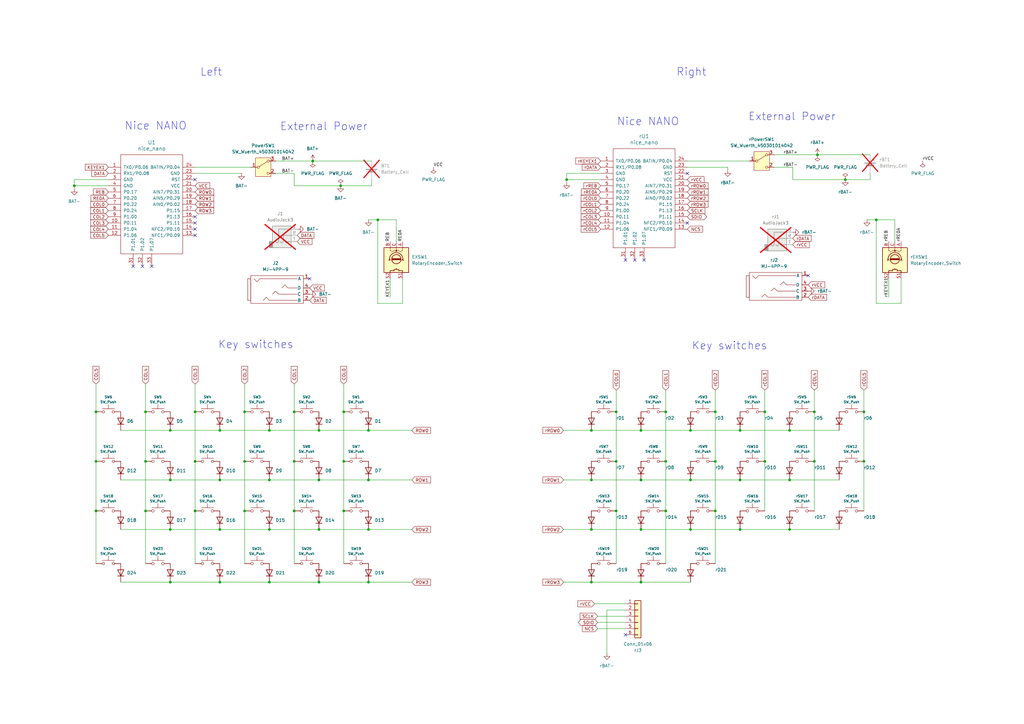
<source format=kicad_sch>
(kicad_sch (version 20231120) (generator "eeschema") (generator_version "8.0")
  (paper "A3")
  (lib_symbols
    (symbol "Connector_Audio:AudioJack3"
      (property "Reference" "J" (at 0 8.89 0))
      (property "Value" "AudioJack3" (at 0 6.35 0))
      (symbol "AudioJack3_1_1"
        (pin passive line (at 5.08 0 180) (length 2.54) (name "~") (number "R"))
        (pin passive line (at 5.08 2.54 180) (length 2.54) (name "~") (number "S"))
        (pin passive line (at 5.08 -2.54 180) (length 2.54) (name "~") (number "T"))
      )
    )
    (symbol "Connector_Generic:Conn_01x06" (pin_names (offset 1.016) hide)
      (property "Reference" "J" (at 0 7.62 0))
      (property "Value" "Conn_01x06" (at 0 -10.16 0))
      (symbol "Conn_01x06_1_1"
        (pin passive line (at -5.08 5.08 0) (length 3.81) (name "Pin_1") (number "1"))
        (pin passive line (at -5.08 2.54 0) (length 3.81) (name "Pin_2") (number "2"))
        (pin passive line (at -5.08 0 0) (length 3.81) (name "Pin_3") (number "3"))
        (pin passive line (at -5.08 -2.54 0) (length 3.81) (name "Pin_4") (number "4"))
        (pin passive line (at -5.08 -5.08 0) (length 3.81) (name "Pin_5") (number "5"))
        (pin passive line (at -5.08 -7.62 0) (length 3.81) (name "Pin_6") (number "6"))
      )
    )
    (symbol "Device:Battery_Cell" (pin_numbers hide) (pin_names (offset 0) hide)
      (property "Reference" "BT" (at 2.54 2.54 0))
      (property "Value" "Battery_Cell" (at 2.54 0 0))
      (symbol "Battery_Cell_1_1"
        (pin passive line (at 0 5.08 270) (length 2.54) (name "+") (number "1"))
        (pin passive line (at 0 -2.54 90) (length 2.54) (name "-") (number "2"))
      )
    )
    (symbol "Device:RotaryEncoder_Switch" (pin_names (offset 0.254) hide)
      (property "Reference" "SW" (at 0 6.604 0))
      (property "Value" "RotaryEncoder_Switch" (at 0 -6.604 0))
      (symbol "RotaryEncoder_Switch_1_1"
        (pin passive line (at -7.62 2.54 0) (length 2.54) (name "A") (number "A"))
        (pin passive line (at -7.62 -2.54 0) (length 2.54) (name "B") (number "B"))
        (pin passive line (at -7.62 0 0) (length 2.54) (name "C") (number "C"))
        (pin passive line (at 7.62 2.54 180) (length 2.54) (name "S1") (number "S1"))
        (pin passive line (at 7.62 -2.54 180) (length 2.54) (name "S2") (number "S2"))
      )
    )
    (symbol "Diode:1N4148WT" (pin_numbers hide) (pin_names hide)
      (property "Reference" "D" (at 0 2.54 0))
      (property "Value" "1N4148WT" (at 0 -2.54 0))
      (symbol "1N4148WT_1_1"
        (pin passive line (at -3.81 0 0) (length 2.54) (name "K") (number "1"))
        (pin passive line (at 3.81 0 180) (length 2.54) (name "A") (number "2"))
      )
    )
    (symbol "MJ-4PP-9:MJ-4PP-9" (pin_names (offset 1.016))
      (property "Reference" "J" (at 0 7.62 0))
      (property "Value" "MJ-4PP-9" (at 0 -8.89 0))
      (symbol "MJ-4PP-9_1_1"
        (pin input line (at 13.97 3.81 180) (length 2.54) (name "A") (number "1"))
        (pin input line (at 13.97 -5.08 180) (length 2.54) (name "B") (number "2"))
        (pin input line (at 13.97 -2.54 180) (length 2.54) (name "C") (number "3"))
        (pin input line (at 13.97 0 180) (length 2.54) (name "D") (number "4"))
      )
    )
    (symbol "SW_Push_1" (pin_numbers hide) (pin_names (offset 1.016) hide)
      (property "Reference" "SW" (at 1.27 2.54 0))
      (property "Value" "SW_Push" (at 0 -1.524 0))
      (symbol "SW_Push_1_0_1"
        (pin passive line (at -5.08 0 0) (length 2.54) (name "1") (number "1"))
        (pin passive line (at 5.08 0 180) (length 2.54) (name "2") (number "2"))
      )
    )
    (symbol "Switch:SW_Push" (pin_numbers hide) (pin_names (offset 1.016) hide)
      (property "Reference" "SW" (at 1.27 2.54 0))
      (property "Value" "SW_Push" (at 0 -1.524 0))
      (symbol "SW_Push_0_1"
        (pin passive line (at -5.08 0 0) (length 2.54) (name "1") (number "1"))
        (pin passive line (at 5.08 0 180) (length 2.54) (name "2") (number "2"))
      )
    )
    (symbol "Switch:SW_Wuerth_450301014042" (pin_names (offset 1) hide)
      (property "Reference" "SW" (at 0 5.08 0))
      (property "Value" "SW_Wuerth_450301014042" (at 0 -5.08 0))
      (symbol "SW_Wuerth_450301014042_1_1"
        (pin passive line (at -5.08 0 0) (length 2.54) (name "B") (number "1"))
        (pin passive line (at 5.08 -2.54 180) (length 2.54) (name "C") (number "2"))
        (pin passive line (at 5.08 2.54 180) (length 2.54) (name "A") (number "3"))
      )
    )
    (symbol "kbd:+3V3R" (power) (pin_names (offset 0))
      (property "Value" "+3V3R" (at 0 3.556 0))
      (symbol "+3V3R_1_1"
        (pin power_in line (at 0 0 90) (length 0) hide (name "+3V3R") (number "1"))
      )
    )
    (symbol "kbd:GNDR" (power) (pin_names (offset 0))
      (property "Value" "GNDR" (at 0 -3.81 0))
      (symbol "GNDR_1_1"
        (pin power_in line (at 0 0 270) (length 0) hide (name "GNDR") (number "1"))
      )
    )
    (symbol "nice_nano:nice_nano" (pin_names (offset 1.016))
      (property "Reference" "U" (at 0 0 0))
      (property "Value" "nice_nano" (at 0 2.54 0))
      (symbol "nice_nano_1_1"
        (pin input line (at -17.78 13.97 0) (length 5.08) (name "TX0/P0.06") (number "1"))
        (pin input line (at -17.78 -8.89 0) (length 5.08) (name "P0.11") (number "10"))
        (pin input line (at -17.78 -11.43 0) (length 5.08) (name "P1.04") (number "11"))
        (pin input line (at -17.78 -13.97 0) (length 5.08) (name "P1.06") (number "12"))
        (pin input line (at 17.78 -13.97 180) (length 5.08) (name "NFC1/P0.09") (number "13"))
        (pin input line (at 17.78 -11.43 180) (length 5.08) (name "NFC2/P0.10") (number "14"))
        (pin input line (at 17.78 -8.89 180) (length 5.08) (name "P1.11") (number "15"))
        (pin input line (at 17.78 -6.35 180) (length 5.08) (name "P1.13") (number "16"))
        (pin input line (at 17.78 -3.81 180) (length 5.08) (name "P1.15") (number "17"))
        (pin input line (at 17.78 -1.27 180) (length 5.08) (name "AIN0/P0.02") (number "18"))
        (pin input line (at 17.78 1.27 180) (length 5.08) (name "AIN5/P0.29") (number "19"))
        (pin input line (at -17.78 11.43 0) (length 5.08) (name "RX1/P0.08") (number "2"))
        (pin input line (at 17.78 3.81 180) (length 5.08) (name "AIN7/P0.31") (number "20"))
        (pin input line (at 17.78 6.35 180) (length 5.08) (name "VCC") (number "21"))
        (pin input line (at 17.78 8.89 180) (length 5.08) (name "RST") (number "22"))
        (pin input line (at 17.78 11.43 180) (length 5.08) (name "GND") (number "23"))
        (pin input line (at 17.78 13.97 180) (length 5.08) (name "BATIN/P0.04") (number "24"))
        (pin input line (at -17.78 8.89 0) (length 5.08) (name "GND") (number "3"))
        (pin input line (at -7.62 -26.67 90) (length 5.08) (name "P1.01") (number "31"))
        (pin input line (at -3.81 -26.67 90) (length 5.08) (name "P1.02") (number "32"))
        (pin input line (at 0 -26.67 90) (length 5.08) (name "P1.07") (number "33"))
        (pin input line (at -17.78 6.35 0) (length 5.08) (name "GND") (number "4"))
        (pin input line (at -17.78 3.81 0) (length 5.08) (name "P0.17") (number "5"))
        (pin input line (at -17.78 1.27 0) (length 5.08) (name "P0.20") (number "6"))
        (pin input line (at -17.78 -1.27 0) (length 5.08) (name "P0.22") (number "7"))
        (pin input line (at -17.78 -3.81 0) (length 5.08) (name "P0.24") (number "8"))
        (pin input line (at -17.78 -6.35 0) (length 5.08) (name "P1.00") (number "9"))
      )
    )
    (symbol "power:GND" (power) (pin_numbers hide) (pin_names (offset 0) hide)
      (property "Value" "GND" (at 0 -3.81 0))
      (symbol "GND_1_1"
        (pin power_in line (at 0 0 270) (length 0) (name "~") (number "1"))
      )
    )
    (symbol "power:PWR_FLAG" (power) (pin_numbers hide) (pin_names (offset 0) hide)
      (property "Value" "PWR_FLAG" (at 0 3.81 0))
      (symbol "PWR_FLAG_0_0"
        (pin power_out line (at 0 0 90) (length 0) (name "~") (number "1"))
      )
    )
  )
  (junction (at 151.13 196.85))
  (junction (at 110.49 238.76))
  (junction (at 110.49 196.85))
  (junction (at 262.89 196.85))
  (junction (at 130.81 238.76))
  (junction (at 110.49 217.17))
  (junction (at 59.69 189.23))
  (junction (at 252.73 168.91))
  (junction (at 262.89 176.53))
  (junction (at 140.97 168.91))
  (junction (at 69.85 196.85))
  (junction (at 313.69 168.91))
  (junction (at 130.81 196.85))
  (junction (at 335.28 63.5))
  (junction (at 39.37 209.55))
  (junction (at 130.81 176.53))
  (junction (at 69.85 217.17))
  (junction (at 110.49 176.53))
  (junction (at 262.89 217.17))
  (junction (at 80.01 168.91))
  (junction (at 273.05 168.91))
  (junction (at 359.41 90.17))
  (junction (at 323.85 196.85))
  (junction (at 151.13 176.53))
  (junction (at 242.57 217.17))
  (junction (at 293.37 209.55))
  (junction (at 139.7 76.2))
  (junction (at 334.01 168.91))
  (junction (at 283.21 176.53))
  (junction (at 354.33 189.23))
  (junction (at 273.05 209.55))
  (junction (at 273.05 189.23))
  (junction (at 334.01 189.23))
  (junction (at 303.53 217.17))
  (junction (at 232.41 73.66))
  (junction (at 293.37 168.91))
  (junction (at 354.33 168.91))
  (junction (at 80.01 209.55))
  (junction (at 303.53 176.53))
  (junction (at 346.71 73.66))
  (junction (at 130.81 217.17))
  (junction (at 262.89 238.76))
  (junction (at 69.85 176.53))
  (junction (at 39.37 168.91))
  (junction (at 154.94 90.17))
  (junction (at 151.13 217.17))
  (junction (at 242.57 196.85))
  (junction (at 252.73 189.23))
  (junction (at 120.65 168.91))
  (junction (at 323.85 176.53))
  (junction (at 283.21 217.17))
  (junction (at 120.65 189.23))
  (junction (at 323.85 217.17))
  (junction (at 140.97 209.55))
  (junction (at 100.33 209.55))
  (junction (at 90.17 217.17))
  (junction (at 39.37 189.23))
  (junction (at 252.73 209.55))
  (junction (at 100.33 168.91))
  (junction (at 59.69 168.91))
  (junction (at 59.69 209.55))
  (junction (at 30.48 76.2))
  (junction (at 90.17 196.85))
  (junction (at 151.13 238.76))
  (junction (at 100.33 189.23))
  (junction (at 313.69 189.23))
  (junction (at 90.17 238.76))
  (junction (at 293.37 189.23))
  (junction (at 303.53 196.85))
  (junction (at 128.27 66.04))
  (junction (at 242.57 176.53))
  (junction (at 283.21 196.85))
  (junction (at 69.85 238.76))
  (junction (at 140.97 189.23))
  (junction (at 120.65 209.55))
  (junction (at 80.01 189.23))
  (junction (at 90.17 176.53))
  (junction (at 242.57 238.76))
  (no_connect (at 264.16 106.68))
  (no_connect (at 256.54 260.35))
  (no_connect (at 80.01 91.44))
  (no_connect (at 80.01 96.52))
  (no_connect (at 256.54 106.68))
  (no_connect (at 80.01 73.66))
  (no_connect (at 281.94 91.44))
  (no_connect (at 331.47 113.03))
  (no_connect (at 281.94 71.12))
  (no_connect (at 58.42 109.22))
  (no_connect (at 80.01 88.9))
  (no_connect (at 54.61 109.22))
  (no_connect (at 80.01 93.98))
  (no_connect (at 260.35 106.68))
  (no_connect (at 127 114.3))
  (no_connect (at 62.23 109.22))
  (wire (pts (xy 334.01 168.91) (xy 334.01 189.23)))
  (wire (pts (xy 130.81 217.17) (xy 151.13 217.17)))
  (wire (pts (xy 242.57 176.53) (xy 262.89 176.53)))
  (wire (pts (xy 100.33 209.55) (xy 100.33 231.14)))
  (wire (pts (xy 69.85 238.76) (xy 90.17 238.76)))
  (wire (pts (xy 356.87 63.5) (xy 335.28 63.5)))
  (wire (pts (xy 283.21 176.53) (xy 303.53 176.53)))
  (wire (pts (xy 242.57 238.76) (xy 262.89 238.76)))
  (wire (pts (xy 140.97 189.23) (xy 140.97 209.55)))
  (wire (pts (xy 356.87 71.12) (xy 356.87 73.66)))
  (wire (pts (xy 325.12 73.66) (xy 346.71 73.66)))
  (wire (pts (xy 154.94 90.17) (xy 162.56 90.17)))
  (wire (pts (xy 154.94 90.17) (xy 154.94 124.46)))
  (wire (pts (xy 80.01 157.48) (xy 80.01 168.91)))
  (wire (pts (xy 165.1 114.3) (xy 165.1 124.46)))
  (wire (pts (xy 39.37 168.91) (xy 39.37 189.23)))
  (wire (pts (xy 130.81 176.53) (xy 151.13 176.53)))
  (wire (pts (xy 39.37 157.48) (xy 39.37 168.91)))
  (wire (pts (xy 359.41 90.17) (xy 367.03 90.17)))
  (wire (pts (xy 69.85 217.17) (xy 90.17 217.17)))
  (wire (pts (xy 313.69 160.02) (xy 313.69 168.91)))
  (wire (pts (xy 120.65 189.23) (xy 120.65 209.55)))
  (wire (pts (xy 140.97 157.48) (xy 140.97 168.91)))
  (wire (pts (xy 90.17 196.85) (xy 110.49 196.85)))
  (wire (pts (xy 307.34 66.04) (xy 281.94 66.04)))
  (wire (pts (xy 30.48 76.2) (xy 44.45 76.2)))
  (wire (pts (xy 262.89 196.85) (xy 283.21 196.85)))
  (wire (pts (xy 359.41 90.17) (xy 359.41 124.46)))
  (wire (pts (xy 303.53 217.17) (xy 323.85 217.17)))
  (wire (pts (xy 262.89 217.17) (xy 242.57 217.17)))
  (wire (pts (xy 232.41 71.12) (xy 232.41 73.66)))
  (wire (pts (xy 113.03 66.04) (xy 128.27 66.04)))
  (wire (pts (xy 39.37 209.55) (xy 39.37 231.14)))
  (wire (pts (xy 231.14 238.76) (xy 242.57 238.76)))
  (wire (pts (xy 334.01 160.02) (xy 334.01 168.91)))
  (wire (pts (xy 232.41 73.66) (xy 246.38 73.66)))
  (wire (pts (xy 298.45 68.58) (xy 298.45 69.85)))
  (wire (pts (xy 160.02 121.92) (xy 160.02 114.3)))
  (wire (pts (xy 293.37 209.55) (xy 293.37 231.14)))
  (wire (pts (xy 113.03 71.12) (xy 120.65 71.12)))
  (wire (pts (xy 152.4 76.2) (xy 139.7 76.2)))
  (wire (pts (xy 120.65 157.48) (xy 120.65 168.91)))
  (wire (pts (xy 354.33 160.02) (xy 354.33 168.91)))
  (wire (pts (xy 100.33 157.48) (xy 100.33 168.91)))
  (wire (pts (xy 256.54 250.19) (xy 248.92 250.19)))
  (wire (pts (xy 323.85 176.53) (xy 344.17 176.53)))
  (wire (pts (xy 151.13 238.76) (xy 168.91 238.76)))
  (wire (pts (xy 128.27 66.04) (xy 152.4 66.04)))
  (wire (pts (xy 49.53 238.76) (xy 69.85 238.76)))
  (wire (pts (xy 151.13 196.85) (xy 168.91 196.85)))
  (wire (pts (xy 262.89 217.17) (xy 283.21 217.17)))
  (wire (pts (xy 130.81 196.85) (xy 151.13 196.85)))
  (wire (pts (xy 80.01 209.55) (xy 80.01 231.14)))
  (wire (pts (xy 39.37 189.23) (xy 39.37 209.55)))
  (wire (pts (xy 120.65 209.55) (xy 120.65 231.14)))
  (wire (pts (xy 303.53 176.53) (xy 323.85 176.53)))
  (wire (pts (xy 80.01 68.58) (xy 102.87 68.58)))
  (wire (pts (xy 69.85 196.85) (xy 90.17 196.85)))
  (wire (pts (xy 283.21 196.85) (xy 303.53 196.85)))
  (wire (pts (xy 293.37 160.02) (xy 293.37 168.91)))
  (wire (pts (xy 80.01 168.91) (xy 80.01 189.23)))
  (wire (pts (xy 130.81 238.76) (xy 151.13 238.76)))
  (wire (pts (xy 49.53 176.53) (xy 69.85 176.53)))
  (wire (pts (xy 303.53 196.85) (xy 323.85 196.85)))
  (wire (pts (xy 323.85 196.85) (xy 344.17 196.85)))
  (wire (pts (xy 44.45 73.66) (xy 30.48 73.66)))
  (wire (pts (xy 245.11 257.81) (xy 256.54 257.81)))
  (wire (pts (xy 369.57 124.46) (xy 359.41 124.46)))
  (wire (pts (xy 273.05 168.91) (xy 273.05 189.23)))
  (wire (pts (xy 90.17 238.76) (xy 110.49 238.76)))
  (wire (pts (xy 313.69 189.23) (xy 313.69 209.55)))
  (wire (pts (xy 120.65 76.2) (xy 139.7 76.2)))
  (wire (pts (xy 245.11 252.73) (xy 256.54 252.73)))
  (wire (pts (xy 59.69 168.91) (xy 59.69 189.23)))
  (wire (pts (xy 293.37 168.91) (xy 293.37 189.23)))
  (wire (pts (xy 252.73 160.02) (xy 252.73 168.91)))
  (wire (pts (xy 100.33 189.23) (xy 100.33 209.55)))
  (wire (pts (xy 49.53 196.85) (xy 69.85 196.85)))
  (wire (pts (xy 243.84 247.65) (xy 256.54 247.65)))
  (wire (pts (xy 273.05 209.55) (xy 273.05 231.14)))
  (wire (pts (xy 120.65 71.12) (xy 120.65 76.2)))
  (wire (pts (xy 252.73 168.91) (xy 252.73 189.23)))
  (wire (pts (xy 69.85 176.53) (xy 90.17 176.53)))
  (wire (pts (xy 334.01 189.23) (xy 334.01 209.55)))
  (wire (pts (xy 354.33 189.23) (xy 354.33 209.55)))
  (wire (pts (xy 151.13 90.17) (xy 154.94 90.17)))
  (wire (pts (xy 165.1 124.46) (xy 154.94 124.46)))
  (wire (pts (xy 80.01 71.12) (xy 99.06 71.12)))
  (wire (pts (xy 356.87 73.66) (xy 346.71 73.66)))
  (wire (pts (xy 248.92 250.19) (xy 248.92 267.97)))
  (wire (pts (xy 49.53 217.17) (xy 69.85 217.17)))
  (wire (pts (xy 252.73 209.55) (xy 252.73 231.14)))
  (wire (pts (xy 80.01 189.23) (xy 80.01 209.55)))
  (wire (pts (xy 59.69 189.23) (xy 59.69 209.55)))
  (wire (pts (xy 252.73 189.23) (xy 252.73 209.55)))
  (wire (pts (xy 367.03 90.17) (xy 367.03 99.06)))
  (wire (pts (xy 323.85 217.17) (xy 344.17 217.17)))
  (wire (pts (xy 151.13 217.17) (xy 168.91 217.17)))
  (wire (pts (xy 359.41 90.17) (xy 355.6 90.17)))
  (wire (pts (xy 262.89 238.76) (xy 283.21 238.76)))
  (wire (pts (xy 273.05 189.23) (xy 273.05 209.55)))
  (wire (pts (xy 273.05 160.02) (xy 273.05 168.91)))
  (wire (pts (xy 30.48 73.66) (xy 30.48 76.2)))
  (wire (pts (xy 281.94 68.58) (xy 298.45 68.58)))
  (wire (pts (xy 369.57 114.3) (xy 369.57 124.46)))
  (wire (pts (xy 231.14 196.85) (xy 242.57 196.85)))
  (wire (pts (xy 140.97 209.55) (xy 140.97 231.14)))
  (wire (pts (xy 110.49 238.76) (xy 130.81 238.76)))
  (wire (pts (xy 245.11 255.27) (xy 256.54 255.27)))
  (wire (pts (xy 59.69 157.48) (xy 59.69 168.91)))
  (wire (pts (xy 262.89 176.53) (xy 283.21 176.53)))
  (wire (pts (xy 231.14 176.53) (xy 242.57 176.53)))
  (wire (pts (xy 140.97 168.91) (xy 140.97 189.23)))
  (wire (pts (xy 59.69 209.55) (xy 59.69 231.14)))
  (wire (pts (xy 231.14 217.17) (xy 242.57 217.17)))
  (wire (pts (xy 30.48 77.47) (xy 30.48 76.2)))
  (wire (pts (xy 90.17 217.17) (xy 110.49 217.17)))
  (wire (pts (xy 313.69 168.91) (xy 313.69 189.23)))
  (wire (pts (xy 232.41 73.66) (xy 232.41 74.93)))
  (wire (pts (xy 152.4 73.66) (xy 152.4 76.2)))
  (wire (pts (xy 354.33 168.91) (xy 354.33 189.23)))
  (wire (pts (xy 110.49 196.85) (xy 130.81 196.85)))
  (wire (pts (xy 317.5 68.58) (xy 325.12 68.58)))
  (wire (pts (xy 90.17 176.53) (xy 110.49 176.53)))
  (wire (pts (xy 151.13 176.53) (xy 168.91 176.53)))
  (wire (pts (xy 162.56 90.17) (xy 162.56 99.06)))
  (wire (pts (xy 100.33 168.91) (xy 100.33 189.23)))
  (wire (pts (xy 120.65 168.91) (xy 120.65 189.23)))
  (wire (pts (xy 242.57 196.85) (xy 262.89 196.85)))
  (wire (pts (xy 110.49 176.53) (xy 130.81 176.53)))
  (wire (pts (xy 246.38 71.12) (xy 232.41 71.12)))
  (wire (pts (xy 293.37 189.23) (xy 293.37 209.55)))
  (wire (pts (xy 283.21 217.17) (xy 303.53 217.17)))
  (wire (pts (xy 110.49 217.17) (xy 130.81 217.17)))
  (wire (pts (xy 317.5 63.5) (xy 335.28 63.5)))
  (wire (pts (xy 364.49 114.3) (xy 364.49 121.92)))
  (wire (pts (xy 325.12 68.58) (xy 325.12 73.66)))
  (text "Key switches" (at 89.408 143.256 0) (effects (font (size 3.175 3.175)) (justify left bottom)))
  (text "Nice NANO" (at 252.984 51.816 0) (effects (font (size 3.175 3.175)) (justify left bottom)))
  (text "Left" (at 82.042 31.496 0) (effects (font (size 3.175 3.175)) (justify left bottom)))
  (text "External Power\n" (at 114.808 53.848 0) (effects (font (size 3.175 3.175)) (justify left bottom)))
  (text "External Power\n" (at 306.832 49.784 0) (effects (font (size 3.175 3.175)) (justify left bottom)))
  (text "Key switches" (at 283.718 143.764 0) (effects (font (size 3.175 3.175)) (justify left bottom)))
  (text "Right" (at 277.368 31.496 0) (effects (font (size 3.175 3.175)) (justify left bottom)))
  (text "Nice NANO" (at 51.054 53.594 0) (effects (font (size 3.175 3.175)) (justify left bottom)))
  (label "KEYEX1" (at 160.02 121.92 90))
  (label "rBAT+" (at 321.31 63.5 0))
  (label "BAT-" (at 115.57 71.12 0))
  (label "RE0A" (at 165.1 99.06 90))
  (label "rRE0A" (at 369.57 99.06 90))
  (label "rREB" (at 364.49 99.06 90))
  (label "VCC" (at 177.8 68.58 0))
  (label "rKEYEX1" (at 364.49 121.92 90))
  (label "rVCC" (at 378.46 66.04 0))
  (label "rBAT-" (at 321.31 68.58 0))
  (label "BAT+" (at 115.57 66.04 0))
  (label "REB" (at 160.02 99.06 90))
  (global_label "COL5" (shape input) (at 39.37 157.48 90) (property "Intersheetrefs" "${INTERSHEET_REFS}" (effects (hide yes))))
  (global_label "rCOL4" (shape input) (at 334.01 160.02 90) (property "Intersheetrefs" "${INTERSHEET_REFS}" (effects (hide yes))))
  (global_label "rROW1" (shape input) (at 281.94 78.74 0) (property "Intersheetrefs" "${INTERSHEET_REFS}" (effects (hide yes))))
  (global_label "ROW1" (shape input) (at 168.91 196.85 0) (property "Intersheetrefs" "${INTERSHEET_REFS}" (effects (hide yes))))
  (global_label "COL1" (shape input) (at 44.45 86.36 180) (property "Intersheetrefs" "${INTERSHEET_REFS}" (effects (hide yes))))
  (global_label "rCOL0" (shape input) (at 246.38 81.28 180) (property "Intersheetrefs" "${INTERSHEET_REFS}" (effects (hide yes))))
  (global_label "COL5" (shape input) (at 44.45 96.52 180) (property "Intersheetrefs" "${INTERSHEET_REFS}" (effects (hide yes))))
  (global_label "COL2" (shape input) (at 100.33 157.48 90) (property "Intersheetrefs" "${INTERSHEET_REFS}" (effects (hide yes))))
  (global_label "VCC" (shape input) (at 80.01 76.2 0) (property "Intersheetrefs" "${INTERSHEET_REFS}" (effects (hide yes))))
  (global_label "SCLK" (shape input) (at 281.94 86.36 0) (property "Intersheetrefs" "${INTERSHEET_REFS}" (effects (hide yes))))
  (global_label "VCC" (shape input) (at 121.92 99.06 0) (property "Intersheetrefs" "${INTERSHEET_REFS}" (effects (hide yes))))
  (global_label "DATA" (shape input) (at 44.45 71.12 180) (property "Intersheetrefs" "${INTERSHEET_REFS}" (effects (hide yes))))
  (global_label "SDIO" (shape bidirectional) (at 281.94 88.9 0) (property "Intersheetrefs" "${INTERSHEET_REFS}" (effects (hide yes))))
  (global_label "rVCC" (shape input) (at 243.84 247.65 180) (property "Intersheetrefs" "${INTERSHEET_REFS}" (effects (hide yes))))
  (global_label "COL4" (shape input) (at 44.45 93.98 180) (property "Intersheetrefs" "${INTERSHEET_REFS}" (effects (hide yes))))
  (global_label "rRE0A" (shape input) (at 246.38 78.74 180) (property "Intersheetrefs" "${INTERSHEET_REFS}" (effects (hide yes))))
  (global_label "ROW3" (shape input) (at 168.91 238.76 0) (property "Intersheetrefs" "${INTERSHEET_REFS}" (effects (hide yes))))
  (global_label "KEYEX1" (shape input) (at 44.45 68.58 180) (property "Intersheetrefs" "${INTERSHEET_REFS}" (effects (hide yes))))
  (global_label "rCOL2" (shape input) (at 293.37 160.02 90) (property "Intersheetrefs" "${INTERSHEET_REFS}" (effects (hide yes))))
  (global_label "COL0" (shape input) (at 44.45 83.82 180) (property "Intersheetrefs" "${INTERSHEET_REFS}" (effects (hide yes))))
  (global_label "REB" (shape input) (at 44.45 78.74 180) (property "Intersheetrefs" "${INTERSHEET_REFS}" (effects (hide yes))))
  (global_label "rDATA" (shape input) (at 331.47 121.92 0) (property "Intersheetrefs" "${INTERSHEET_REFS}" (effects (hide yes))))
  (global_label "rCOL0" (shape input) (at 252.73 160.02 90) (property "Intersheetrefs" "${INTERSHEET_REFS}" (effects (hide yes))))
  (global_label "SCLK" (shape input) (at 245.11 252.73 180) (property "Intersheetrefs" "${INTERSHEET_REFS}" (effects (hide yes))))
  (global_label "rKEYEX1" (shape input) (at 246.38 66.04 180) (property "Intersheetrefs" "${INTERSHEET_REFS}" (effects (hide yes))))
  (global_label "rVCC" (shape input) (at 281.94 73.66 0) (property "Intersheetrefs" "${INTERSHEET_REFS}" (effects (hide yes))))
  (global_label "rROW2" (shape input) (at 231.14 217.17 180) (property "Intersheetrefs" "${INTERSHEET_REFS}" (effects (hide yes))))
  (global_label "rROW2" (shape input) (at 281.94 81.28 0) (property "Intersheetrefs" "${INTERSHEET_REFS}" (effects (hide yes))))
  (global_label "COL0" (shape input) (at 140.97 157.48 90) (property "Intersheetrefs" "${INTERSHEET_REFS}" (effects (hide yes))))
  (global_label "COL2" (shape input) (at 44.45 88.9 180) (property "Intersheetrefs" "${INTERSHEET_REFS}" (effects (hide yes))))
  (global_label "rROW3" (shape input) (at 231.14 238.76 180) (property "Intersheetrefs" "${INTERSHEET_REFS}" (effects (hide yes))))
  (global_label "rDATA" (shape input) (at 246.38 68.58 180) (property "Intersheetrefs" "${INTERSHEET_REFS}" (effects (hide yes))))
  (global_label "rROW0" (shape input) (at 281.94 76.2 0) (property "Intersheetrefs" "${INTERSHEET_REFS}" (effects (hide yes))))
  (global_label "rROW3" (shape input) (at 281.94 83.82 0) (property "Intersheetrefs" "${INTERSHEET_REFS}" (effects (hide yes))))
  (global_label "rCOL1" (shape input) (at 273.05 160.02 90) (property "Intersheetrefs" "${INTERSHEET_REFS}" (effects (hide yes))))
  (global_label "DATA" (shape input) (at 121.92 96.52 0) (property "Intersheetrefs" "${INTERSHEET_REFS}" (effects (hide yes))))
  (global_label "VCC" (shape input) (at 127 118.11 0) (property "Intersheetrefs" "${INTERSHEET_REFS}" (effects (hide yes))))
  (global_label "COL3" (shape input) (at 80.01 157.48 90) (property "Intersheetrefs" "${INTERSHEET_REFS}" (effects (hide yes))))
  (global_label "rCOL2" (shape input) (at 246.38 86.36 180) (property "Intersheetrefs" "${INTERSHEET_REFS}" (effects (hide yes))))
  (global_label "SDIO" (shape bidirectional) (at 245.11 255.27 180) (property "Intersheetrefs" "${INTERSHEET_REFS}" (effects (hide yes))))
  (global_label "ROW0" (shape input) (at 168.91 176.53 0) (property "Intersheetrefs" "${INTERSHEET_REFS}" (effects (hide yes))))
  (global_label "COL1" (shape input) (at 120.65 157.48 90) (property "Intersheetrefs" "${INTERSHEET_REFS}" (effects (hide yes))))
  (global_label "rDATA" (shape input) (at 325.12 97.79 0) (property "Intersheetrefs" "${INTERSHEET_REFS}" (effects (hide yes))))
  (global_label "rCOL5" (shape input) (at 354.33 160.02 90) (property "Intersheetrefs" "${INTERSHEET_REFS}" (effects (hide yes))))
  (global_label "COL3" (shape input) (at 44.45 91.44 180) (property "Intersheetrefs" "${INTERSHEET_REFS}" (effects (hide yes))))
  (global_label "rREB" (shape input) (at 246.38 76.2 180) (property "Intersheetrefs" "${INTERSHEET_REFS}" (effects (hide yes))))
  (global_label "rROW1" (shape input) (at 231.14 196.85 180) (property "Intersheetrefs" "${INTERSHEET_REFS}" (effects (hide yes))))
  (global_label "ROW2" (shape input) (at 80.01 83.82 0) (property "Intersheetrefs" "${INTERSHEET_REFS}" (effects (hide yes))))
  (global_label "ROW2" (shape input) (at 168.91 217.17 0) (property "Intersheetrefs" "${INTERSHEET_REFS}" (effects (hide yes))))
  (global_label "rCOL1" (shape input) (at 246.38 83.82 180) (property "Intersheetrefs" "${INTERSHEET_REFS}" (effects (hide yes))))
  (global_label "rCOL5" (shape input) (at 246.38 93.98 180) (property "Intersheetrefs" "${INTERSHEET_REFS}" (effects (hide yes))))
  (global_label "ROW1" (shape input) (at 80.01 81.28 0) (property "Intersheetrefs" "${INTERSHEET_REFS}" (effects (hide yes))))
  (global_label "ROW3" (shape input) (at 80.01 86.36 0) (property "Intersheetrefs" "${INTERSHEET_REFS}" (effects (hide yes))))
  (global_label "DATA" (shape input) (at 127 123.19 0) (property "Intersheetrefs" "${INTERSHEET_REFS}" (effects (hide yes))))
  (global_label "rCOL3" (shape input) (at 246.38 88.9 180) (property "Intersheetrefs" "${INTERSHEET_REFS}" (effects (hide yes))))
  (global_label "rVCC" (shape input) (at 331.47 116.84 0) (property "Intersheetrefs" "${INTERSHEET_REFS}" (effects (hide yes))))
  (global_label "rCOL3" (shape input) (at 313.69 160.02 90) (property "Intersheetrefs" "${INTERSHEET_REFS}" (effects (hide yes))))
  (global_label "rVCC" (shape input) (at 325.12 100.33 0) (property "Intersheetrefs" "${INTERSHEET_REFS}" (effects (hide yes))))
  (global_label "ROW0" (shape input) (at 80.01 78.74 0) (property "Intersheetrefs" "${INTERSHEET_REFS}" (effects (hide yes))))
  (global_label "RE0A" (shape input) (at 44.45 81.28 180) (property "Intersheetrefs" "${INTERSHEET_REFS}" (effects (hide yes))))
  (global_label "COL4" (shape input) (at 59.69 157.48 90) (property "Intersheetrefs" "${INTERSHEET_REFS}" (effects (hide yes))))
  (global_label "rROW0" (shape input) (at 231.14 176.53 180) (property "Intersheetrefs" "${INTERSHEET_REFS}" (effects (hide yes))))
  (global_label "NCS" (shape input) (at 245.11 257.81 180) (property "Intersheetrefs" "${INTERSHEET_REFS}" (effects (hide yes))))
  (global_label "NCS" (shape input) (at 281.94 93.98 0) (property "Intersheetrefs" "${INTERSHEET_REFS}" (effects (hide yes))))
  (global_label "rCOL4" (shape input) (at 246.38 91.44 180) (property "Intersheetrefs" "${INTERSHEET_REFS}" (effects (hide yes))))
  (symbol (lib_id "Diode:1N4148WT") (at 130.81 172.72 90) (unit 1)
    (property "Reference" "D2" (at 133.35 172.7199 90) (effects (justify right)))
    (property "Value" "1N4148WT" (effects (hide yes)))
    (property "Footprint" "Keebio-Parts:D_SOD-323" (effects (hide yes)))
    (property "Datasheet" "https://www.diodes.com/assets/Datasheets/ds30396.pdf" (effects (hide yes)))
    (property "Description" "75V 0.15A Fast switching Diode, SOD-523" (effects (hide yes)))
    (property "Sim.Device" "D" (effects (hide yes)))
    (property "Sim.Pins" "1=K 2=A" (effects (hide yes)))
  )
  (symbol (lib_id "Diode:1N4148WT") (at 323.85 193.04 90) (unit 1)
    (property "Reference" "rD11" (at 334.01 191.7699 90) (effects (justify right)))
    (property "Value" "1N4148WT" (effects (hide yes)))
    (property "Footprint" "Keebio-Parts:D_SOD-323" (effects (hide yes)))
    (property "Datasheet" "https://www.diodes.com/assets/Datasheets/ds30396.pdf" (effects (hide yes)))
    (property "Description" "75V 0.15A Fast switching Diode, SOD-523" (effects (hide yes)))
    (property "Sim.Device" "D" (effects (hide yes)))
    (property "Sim.Pins" "1=K 2=A" (effects (hide yes)))
  )
  (symbol (lib_id "power:GND") (at 151.13 90.17 0) (unit 1)
    (property "Reference" "#PWR011" (effects (hide yes)))
    (property "Value" "BAT-" (at 151.13 95.25 0))
    (property "Description" "Power symbol creates a global label with name \"GND\" , ground" (effects (hide yes)))
  )
  (symbol (lib_id "power:PWR_FLAG") (at 335.28 63.5 180) (unit 1)
    (property "Reference" "#FLG03" (effects (hide yes)))
    (property "Value" "PWR_FLAG" (at 335.28 68.58 0))
    (property "Description" "Special symbol for telling ERC where power comes from" (effects (hide yes)))
  )
  (symbol (lib_id "Switch:SW_Push") (at 288.29 209.55 0) (unit 1)
    (property "Reference" "rSW15" (at 288.29 203.454 0) (effects (font (size 1 1))))
    (property "Value" "SW_Push" (at 288.29 205.486 0) (effects (font (size 1 1))))
    (property "Footprint" "kbd:keyswitch_cherrymx_hotswap_1u" (effects (hide yes)))
  )
  (symbol (lib_id "kbd:GNDR") (at 355.6 90.17 0) (unit 1)
    (property "Reference" "#PWR09" (effects (hide yes)))
    (property "Value" "rBAT-" (at 355.6 95.25 0))
    (property "Description" "Power symbol creates a global label with name \"GND\" , ground" (effects (hide yes)))
  )
  (symbol (lib_id "Switch:SW_Push") (at 328.93 168.91 0) (unit 1)
    (property "Reference" "rSW5" (at 328.93 162.814 0) (effects (font (size 1 1))))
    (property "Value" "SW_Push" (at 328.93 164.846 0) (effects (font (size 1 1))))
    (property "Footprint" "kbd:keyswitch_cherrymx_hotswap_1u" (effects (hide yes)))
  )
  (symbol (lib_id "power:PWR_FLAG") (at 139.7 76.2 0) (unit 1)
    (property "Reference" "#FLG02" (effects (hide yes)))
    (property "Value" "PWR_FLAG" (at 139.7 71.12 0))
    (property "Description" "Special symbol for telling ERC where power comes from" (effects (hide yes)))
  )
  (symbol (lib_id "Diode:1N4148WT") (at 242.57 234.95 90) (unit 1)
    (property "Reference" "rD19" (at 252.73 233.6799 90) (effects (justify right)))
    (property "Value" "1N4148WT" (effects (hide yes)))
    (property "Footprint" "Keebio-Parts:D_SOD-323" (effects (hide yes)))
    (property "Datasheet" "https://www.diodes.com/assets/Datasheets/ds30396.pdf" (effects (hide yes)))
    (property "Description" "75V 0.15A Fast switching Diode, SOD-523" (effects (hide yes)))
    (property "Sim.Device" "D" (effects (hide yes)))
    (property "Sim.Pins" "1=K 2=A" (effects (hide yes)))
  )
  (symbol (lib_id "Switch:SW_Push") (at 44.45 168.91 0) (unit 1)
    (property "Reference" "SW6" (at 44.45 162.814 0) (effects (font (size 1 1))))
    (property "Value" "SW_Push" (at 44.45 164.846 0) (effects (font (size 1 1))))
    (property "Footprint" "kbd:keyswitch_cherrymx_hotswap_1u" (effects (hide yes)))
  )
  (symbol (lib_id "kbd:GNDR") (at 298.45 69.85 0) (unit 1)
    (property "Reference" "#PWR05" (effects (hide yes)))
    (property "Value" "rBAT-" (at 298.45 74.93 0))
    (property "Description" "Power symbol creates a global label with name \"GND\" , ground" (effects (hide yes)))
  )
  (symbol (lib_id "power:GND") (at 30.48 77.47 0) (unit 1)
    (property "Reference" "#PWR03" (effects (hide yes)))
    (property "Value" "BAT-" (at 30.48 82.55 0))
    (property "Description" "Power symbol creates a global label with name \"GND\" , ground" (effects (hide yes)))
  )
  (symbol (lib_id "Diode:1N4148WT") (at 49.53 172.72 90) (unit 1)
    (property "Reference" "D6" (at 52.07 172.7199 90) (effects (justify right)))
    (property "Value" "1N4148WT" (effects (hide yes)))
    (property "Footprint" "Keebio-Parts:D_SOD-323" (effects (hide yes)))
    (property "Datasheet" "https://www.diodes.com/assets/Datasheets/ds30396.pdf" (effects (hide yes)))
    (property "Description" "75V 0.15A Fast switching Diode, SOD-523" (effects (hide yes)))
    (property "Sim.Device" "D" (effects (hide yes)))
    (property "Sim.Pins" "1=K 2=A" (effects (hide yes)))
  )
  (symbol (lib_id "Connector_Generic:Conn_01x06") (at 261.62 252.73 0) (unit 1) (in_bom no)
    (property "Reference" "rJ3" (at 261.62 266.7 0))
    (property "Value" "Conn_01x06" (at 261.62 264.16 0))
    (property "Footprint" "Connector_PinHeader_2.54mm:PinHeader_1x06_P2.54mm_Vertical" (effects (hide yes)))
    (property "Description" "Generic connector, single row, 01x06, script generated (kicad-library-utils/schlib/autogen/connector/)" (effects (hide yes)))
  )
  (symbol (lib_id "Diode:1N4148WT") (at 242.57 193.04 90) (unit 1)
    (property "Reference" "rD7" (at 252.73 191.7699 90) (effects (justify right)))
    (property "Value" "1N4148WT" (effects (hide yes)))
    (property "Footprint" "Keebio-Parts:D_SOD-323" (effects (hide yes)))
    (property "Datasheet" "https://www.diodes.com/assets/Datasheets/ds30396.pdf" (effects (hide yes)))
    (property "Description" "75V 0.15A Fast switching Diode, SOD-523" (effects (hide yes)))
    (property "Sim.Device" "D" (effects (hide yes)))
    (property "Sim.Pins" "1=K 2=A" (effects (hide yes)))
  )
  (symbol (lib_id "Connector_Audio:AudioJack3") (at 320.04 97.79 0) (unit 1) (in_bom no) (on_board no) (dnp yes)
    (property "Reference" "rJ1" (at 318.135 88.9 0))
    (property "Value" "AudioJack3" (at 318.135 91.44 0))
    (property "Footprint" "kbd:PJ-398A-5A_PJ-399B-6A" (effects (hide yes)))
    (property "Description" "Audio Jack, 3 Poles (Stereo / TRS)" (effects (hide yes)))
  )
  (symbol (lib_id "Switch:SW_Push") (at 64.77 231.14 0) (unit 1)
    (property "Reference" "SW23" (at 64.77 225.044 0) (effects (font (size 1 1))))
    (property "Value" "SW_Push" (at 64.77 227.076 0) (effects (font (size 1 1))))
    (property "Footprint" "kbd:keyswitch_cherrymx_hotswap_1u" (effects (hide yes)))
  )
  (symbol (lib_id "Switch:SW_Push") (at 247.65 189.23 0) (unit 1)
    (property "Reference" "rSW7" (at 247.65 183.134 0) (effects (font (size 1 1))))
    (property "Value" "SW_Push" (at 247.65 185.166 0) (effects (font (size 1 1))))
    (property "Footprint" "kbd:keyswitch_cherrymx_hotswap_1u" (effects (hide yes)))
  )
  (symbol (lib_id "Switch:SW_Push") (at 146.05 189.23 0) (unit 1)
    (property "Reference" "SW7" (at 146.05 183.134 0) (effects (font (size 1 1))))
    (property "Value" "SW_Push" (at 146.05 185.166 0) (effects (font (size 1 1))))
    (property "Footprint" "kbd:keyswitch_cherrymx_hotswap_1u" (effects (hide yes)))
  )
  (symbol (lib_id "Diode:1N4148WT") (at 344.17 193.04 90) (unit 1)
    (property "Reference" "rD12" (at 354.33 191.7699 90) (effects (justify right)))
    (property "Value" "1N4148WT" (effects (hide yes)))
    (property "Footprint" "Keebio-Parts:D_SOD-323" (effects (hide yes)))
    (property "Datasheet" "https://www.diodes.com/assets/Datasheets/ds30396.pdf" (effects (hide yes)))
    (property "Description" "75V 0.15A Fast switching Diode, SOD-523" (effects (hide yes)))
    (property "Sim.Device" "D" (effects (hide yes)))
    (property "Sim.Pins" "1=K 2=A" (effects (hide yes)))
  )
  (symbol (lib_id "power:GND") (at 325.12 95.25 90) (unit 1)
    (property "Reference" "#PWR012" (effects (hide yes)))
    (property "Value" "rBAT-" (at 328.93 95.2499 90) (effects (justify right)))
    (property "Description" "Power symbol creates a global label with name \"GND\" , ground" (effects (hide yes)))
  )
  (symbol (lib_id "Switch:SW_Push") (at 44.45 209.55 0) (unit 1)
    (property "Reference" "SW18" (at 44.45 203.454 0) (effects (font (size 1 1))))
    (property "Value" "SW_Push" (at 44.45 205.486 0) (effects (font (size 1 1))))
    (property "Footprint" "kbd:keyswitch_cherrymx_hotswap_1u" (effects (hide yes)))
  )
  (symbol (lib_id "Switch:SW_Push") (at 267.97 189.23 0) (unit 1)
    (property "Reference" "rSW8" (at 267.97 183.134 0) (effects (font (size 1 1))))
    (property "Value" "SW_Push" (at 267.97 185.166 0) (effects (font (size 1 1))))
    (property "Footprint" "kbd:keyswitch_cherrymx_hotswap_1u" (effects (hide yes)))
  )
  (symbol (lib_id "nice_nano:nice_nano") (at 264.16 80.01 0) (unit 1)
    (property "Reference" "rU1" (at 264.16 55.88 0) (effects (font (size 1.524 1.524))))
    (property "Value" "nice_nano" (at 264.16 58.42 0) (effects (font (size 1.524 1.524))))
    (property "Footprint" "nice-nano-kicad:nice_nano" (effects (hide yes)))
  )
  (symbol (lib_id "Switch:SW_Push") (at 64.77 209.55 0) (unit 1)
    (property "Reference" "SW17" (at 64.77 203.454 0) (effects (font (size 1 1))))
    (property "Value" "SW_Push" (at 64.77 205.486 0) (effects (font (size 1 1))))
    (property "Footprint" "kbd:keyswitch_cherrymx_hotswap_1u" (effects (hide yes)))
  )
  (symbol (lib_id "Diode:1N4148WT") (at 283.21 234.95 90) (unit 1)
    (property "Reference" "rD21" (at 293.37 233.6799 90) (effects (justify right)))
    (property "Value" "1N4148WT" (effects (hide yes)))
    (property "Footprint" "Keebio-Parts:D_SOD-323" (effects (hide yes)))
    (property "Datasheet" "https://www.diodes.com/assets/Datasheets/ds30396.pdf" (effects (hide yes)))
    (property "Description" "75V 0.15A Fast switching Diode, SOD-523" (effects (hide yes)))
    (property "Sim.Device" "D" (effects (hide yes)))
    (property "Sim.Pins" "1=K 2=A" (effects (hide yes)))
  )
  (symbol (lib_id "nice_nano:nice_nano") (at 62.23 82.55 0) (unit 1)
    (property "Reference" "U1" (at 62.23 58.42 0) (effects (font (size 1.524 1.524))))
    (property "Value" "nice_nano" (at 62.23 60.96 0) (effects (font (size 1.524 1.524))))
    (property "Footprint" "nice-nano-kicad:nice_nano" (effects (hide yes)))
  )
  (symbol (lib_id "Diode:1N4148WT") (at 303.53 213.36 90) (unit 1)
    (property "Reference" "rD16" (at 313.69 212.0899 90) (effects (justify right)))
    (property "Value" "1N4148WT" (effects (hide yes)))
    (property "Footprint" "Keebio-Parts:D_SOD-323" (effects (hide yes)))
    (property "Datasheet" "https://www.diodes.com/assets/Datasheets/ds30396.pdf" (effects (hide yes)))
    (property "Description" "75V 0.15A Fast switching Diode, SOD-523" (effects (hide yes)))
    (property "Sim.Device" "D" (effects (hide yes)))
    (property "Sim.Pins" "1=K 2=A" (effects (hide yes)))
  )
  (symbol (lib_id "Switch:SW_Push") (at 64.77 189.23 0) (unit 1)
    (property "Reference" "SW11" (at 64.77 183.134 0) (effects (font (size 1 1))))
    (property "Value" "SW_Push" (at 64.77 185.166 0) (effects (font (size 1 1))))
    (property "Footprint" "kbd:keyswitch_cherrymx_hotswap_1u" (effects (hide yes)))
  )
  (symbol (lib_id "power:GND") (at 99.06 71.12 0) (unit 1)
    (property "Reference" "#PWR02" (effects (hide yes)))
    (property "Value" "BAT-" (at 99.06 76.2 0))
    (property "Description" "Power symbol creates a global label with name \"GND\" , ground" (effects (hide yes)))
  )
  (symbol (lib_id "Diode:1N4148WT") (at 151.13 213.36 90) (unit 1)
    (property "Reference" "D13" (at 153.67 213.3599 90) (effects (justify right)))
    (property "Value" "1N4148WT" (effects (hide yes)))
    (property "Footprint" "Keebio-Parts:D_SOD-323" (effects (hide yes)))
    (property "Datasheet" "https://www.diodes.com/assets/Datasheets/ds30396.pdf" (effects (hide yes)))
    (property "Description" "75V 0.15A Fast switching Diode, SOD-523" (effects (hide yes)))
    (property "Sim.Device" "D" (effects (hide yes)))
    (property "Sim.Pins" "1=K 2=A" (effects (hide yes)))
  )
  (symbol (lib_id "Diode:1N4148WT") (at 49.53 213.36 90) (unit 1)
    (property "Reference" "D18" (at 52.07 213.3599 90) (effects (justify right)))
    (property "Value" "1N4148WT" (effects (hide yes)))
    (property "Footprint" "Keebio-Parts:D_SOD-323" (effects (hide yes)))
    (property "Datasheet" "https://www.diodes.com/assets/Datasheets/ds30396.pdf" (effects (hide yes)))
    (property "Description" "75V 0.15A Fast switching Diode, SOD-523" (effects (hide yes)))
    (property "Sim.Device" "D" (effects (hide yes)))
    (property "Sim.Pins" "1=K 2=A" (effects (hide yes)))
  )
  (symbol (lib_id "Diode:1N4148WT") (at 303.53 172.72 90) (unit 1)
    (property "Reference" "rD4" (at 313.69 171.4499 90) (effects (justify right)))
    (property "Value" "1N4148WT" (effects (hide yes)))
    (property "Footprint" "Keebio-Parts:D_SOD-323" (effects (hide yes)))
    (property "Datasheet" "https://www.diodes.com/assets/Datasheets/ds30396.pdf" (effects (hide yes)))
    (property "Description" "75V 0.15A Fast switching Diode, SOD-523" (effects (hide yes)))
    (property "Sim.Device" "D" (effects (hide yes)))
    (property "Sim.Pins" "1=K 2=A" (effects (hide yes)))
  )
  (symbol (lib_id "Diode:1N4148WT") (at 110.49 234.95 90) (unit 1)
    (property "Reference" "D21" (at 113.03 234.9499 90) (effects (justify right)))
    (property "Value" "1N4148WT" (effects (hide yes)))
    (property "Footprint" "Keebio-Parts:D_SOD-323" (effects (hide yes)))
    (property "Datasheet" "https://www.diodes.com/assets/Datasheets/ds30396.pdf" (effects (hide yes)))
    (property "Description" "75V 0.15A Fast switching Diode, SOD-523" (effects (hide yes)))
    (property "Sim.Device" "D" (effects (hide yes)))
    (property "Sim.Pins" "1=K 2=A" (effects (hide yes)))
  )
  (symbol (lib_id "Switch:SW_Push") (at 328.93 209.55 0) (unit 1)
    (property "Reference" "rSW17" (at 328.93 203.454 0) (effects (font (size 1 1))))
    (property "Value" "SW_Push" (at 328.93 205.486 0) (effects (font (size 1 1))))
    (property "Footprint" "kbd:keyswitch_cherrymx_hotswap_1u" (effects (hide yes)))
  )
  (symbol (lib_id "Switch:SW_Push") (at 247.65 231.14 0) (unit 1)
    (property "Reference" "rSW19" (at 247.65 225.044 0) (effects (font (size 1 1))))
    (property "Value" "SW_Push" (at 247.65 227.076 0) (effects (font (size 1 1))))
    (property "Footprint" "kbd:keyswitch_cherrymx_hotswap_1u" (effects (hide yes)))
  )
  (symbol (lib_id "power:GND") (at 331.47 119.38 90) (unit 1)
    (property "Reference" "#PWR013" (effects (hide yes)))
    (property "Value" "rBAT-" (at 335.28 119.3799 90) (effects (justify right)))
    (property "Description" "Power symbol creates a global label with name \"GND\" , ground" (effects (hide yes)))
  )
  (symbol (lib_id "Diode:1N4148WT") (at 110.49 213.36 90) (unit 1)
    (property "Reference" "D15" (at 113.03 213.3599 90) (effects (justify right)))
    (property "Value" "1N4148WT" (effects (hide yes)))
    (property "Footprint" "Keebio-Parts:D_SOD-323" (effects (hide yes)))
    (property "Datasheet" "https://www.diodes.com/assets/Datasheets/ds30396.pdf" (effects (hide yes)))
    (property "Description" "75V 0.15A Fast switching Diode, SOD-523" (effects (hide yes)))
    (property "Sim.Device" "D" (effects (hide yes)))
    (property "Sim.Pins" "1=K 2=A" (effects (hide yes)))
  )
  (symbol (lib_id "Switch:SW_Push") (at 349.25 189.23 0) (unit 1)
    (property "Reference" "rSW12" (at 349.25 183.134 0) (effects (font (size 1 1))))
    (property "Value" "SW_Push" (at 349.25 185.166 0) (effects (font (size 1 1))))
    (property "Footprint" "kbd:keyswitch_cherrymx_hotswap_1u" (effects (hide yes)))
  )
  (symbol (lib_id "Switch:SW_Push") (at 308.61 168.91 0) (unit 1)
    (property "Reference" "rSW4" (at 308.61 162.814 0) (effects (font (size 1 1))))
    (property "Value" "SW_Push" (at 308.61 164.846 0) (effects (font (size 1 1))))
    (property "Footprint" "kbd:keyswitch_cherrymx_hotswap_1u" (effects (hide yes)))
  )
  (symbol (lib_id "Diode:1N4148WT") (at 49.53 193.04 90) (unit 1)
    (property "Reference" "D12" (at 52.07 193.0399 90) (effects (justify right)))
    (property "Value" "1N4148WT" (effects (hide yes)))
    (property "Footprint" "Keebio-Parts:D_SOD-323" (effects (hide yes)))
    (property "Datasheet" "https://www.diodes.com/assets/Datasheets/ds30396.pdf" (effects (hide yes)))
    (property "Description" "75V 0.15A Fast switching Diode, SOD-523" (effects (hide yes)))
    (property "Sim.Device" "D" (effects (hide yes)))
    (property "Sim.Pins" "1=K 2=A" (effects (hide yes)))
  )
  (symbol (lib_id "power:PWR_FLAG") (at 128.27 66.04 180) (unit 1)
    (property "Reference" "#FLG01" (effects (hide yes)))
    (property "Value" "PWR_FLAG" (at 128.27 71.12 0))
    (property "Description" "Special symbol for telling ERC where power comes from" (effects (hide yes)))
  )
  (symbol (lib_id "Switch:SW_Push") (at 146.05 209.55 0) (unit 1)
    (property "Reference" "SW13" (at 146.05 203.454 0) (effects (font (size 1 1))))
    (property "Value" "SW_Push" (at 146.05 205.486 0) (effects (font (size 1 1))))
    (property "Footprint" "kbd:keyswitch_cherrymx_hotswap_1u" (effects (hide yes)))
  )
  (symbol (lib_id "Switch:SW_Push") (at 85.09 209.55 0) (unit 1)
    (property "Reference" "SW16" (at 85.09 203.454 0) (effects (font (size 1 1))))
    (property "Value" "SW_Push" (at 85.09 205.486 0) (effects (font (size 1 1))))
    (property "Footprint" "kbd:keyswitch_cherrymx_hotswap_1u" (effects (hide yes)))
  )
  (symbol (lib_id "Switch:SW_Push") (at 308.61 209.55 0) (unit 1)
    (property "Reference" "rSW16" (at 308.61 203.454 0) (effects (font (size 1 1))))
    (property "Value" "SW_Push" (at 308.61 205.486 0) (effects (font (size 1 1))))
    (property "Footprint" "kbd:keyswitch_cherrymx_hotswap_1u" (effects (hide yes)))
  )
  (symbol (lib_id "Diode:1N4148WT") (at 130.81 213.36 90) (unit 1)
    (property "Reference" "D14" (at 133.35 213.3599 90) (effects (justify right)))
    (property "Value" "1N4148WT" (effects (hide yes)))
    (property "Footprint" "Keebio-Parts:D_SOD-323" (effects (hide yes)))
    (property "Datasheet" "https://www.diodes.com/assets/Datasheets/ds30396.pdf" (effects (hide yes)))
    (property "Description" "75V 0.15A Fast switching Diode, SOD-523" (effects (hide yes)))
    (property "Sim.Device" "D" (effects (hide yes)))
    (property "Sim.Pins" "1=K 2=A" (effects (hide yes)))
  )
  (symbol (lib_id "Switch:SW_Push") (at 328.93 189.23 0) (unit 1)
    (property "Reference" "rSW11" (at 328.93 183.134 0) (effects (font (size 1 1))))
    (property "Value" "SW_Push" (at 328.93 185.166 0) (effects (font (size 1 1))))
    (property "Footprint" "kbd:keyswitch_cherrymx_hotswap_1u" (effects (hide yes)))
  )
  (symbol (lib_id "Diode:1N4148WT") (at 110.49 193.04 90) (unit 1)
    (property "Reference" "D9" (at 113.03 193.0399 90) (effects (justify right)))
    (property "Value" "1N4148WT" (effects (hide yes)))
    (property "Footprint" "Keebio-Parts:D_SOD-323" (effects (hide yes)))
    (property "Datasheet" "https://www.diodes.com/assets/Datasheets/ds30396.pdf" (effects (hide yes)))
    (property "Description" "75V 0.15A Fast switching Diode, SOD-523" (effects (hide yes)))
    (property "Sim.Device" "D" (effects (hide yes)))
    (property "Sim.Pins" "1=K 2=A" (effects (hide yes)))
  )
  (symbol (lib_id "Switch:SW_Wuerth_450301014042") (at 312.42 66.04 0) (unit 1)
    (property "Reference" "rPowerSW1" (at 312.42 57.15 0))
    (property "Value" "SW_Wuerth_450301014042" (at 312.42 59.69 0))
    (property "Footprint" "Button_Switch_THT:SW_Slide-03_Wuerth-WS-SLTV_10x2.5x6.4_P2.54mm" (effects (hide yes)))
    (property "Datasheet" "https://www.we-online.com/components/products/datasheet/450301014042.pdf" (effects (hide yes)))
    (property "Description" "Switch slide, single pole double throw" (effects (hide yes)))
  )
  (symbol (lib_id "kbd:+3V3R") (at 335.28 63.5 0) (unit 1)
    (property "Reference" "#PWR06" (effects (hide yes)))
    (property "Value" "rBAT+" (at 335.28 58.42 0))
    (property "Description" "Power symbol creates a global label with name \"+3V3\"" (effects (hide yes)))
  )
  (symbol (lib_id "power:GND") (at 139.7 76.2 0) (unit 1)
    (property "Reference" "#PWR07" (effects (hide yes)))
    (property "Value" "BAT-" (at 139.7 81.28 0))
    (property "Description" "Power symbol creates a global label with name \"GND\" , ground" (effects (hide yes)))
  )
  (symbol (lib_id "Diode:1N4148WT") (at 130.81 234.95 90) (unit 1)
    (property "Reference" "D20" (at 133.35 234.9499 90) (effects (justify right)))
    (property "Value" "1N4148WT" (effects (hide yes)))
    (property "Footprint" "Keebio-Parts:D_SOD-323" (effects (hide yes)))
    (property "Datasheet" "https://www.diodes.com/assets/Datasheets/ds30396.pdf" (effects (hide yes)))
    (property "Description" "75V 0.15A Fast switching Diode, SOD-523" (effects (hide yes)))
    (property "Sim.Device" "D" (effects (hide yes)))
    (property "Sim.Pins" "1=K 2=A" (effects (hide yes)))
  )
  (symbol (lib_id "Diode:1N4148WT") (at 49.53 234.95 90) (unit 1)
    (property "Reference" "D24" (at 52.07 234.9499 90) (effects (justify right)))
    (property "Value" "1N4148WT" (effects (hide yes)))
    (property "Footprint" "Keebio-Parts:D_SOD-323" (effects (hide yes)))
    (property "Datasheet" "https://www.diodes.com/assets/Datasheets/ds30396.pdf" (effects (hide yes)))
    (property "Description" "75V 0.15A Fast switching Diode, SOD-523" (effects (hide yes)))
    (property "Sim.Device" "D" (effects (hide yes)))
    (property "Sim.Pins" "1=K 2=A" (effects (hide yes)))
  )
  (symbol (lib_id "MJ-4PP-9:MJ-4PP-9") (at 317.5 116.84 0) (unit 1)
    (property "Reference" "rJ2" (at 317.5 106.68 0))
    (property "Value" "MJ-4PP-9" (at 317.5 109.22 0))
    (property "Footprint" "MJ-4PP-9:MJ-4PP-9" (effects (hide yes)))
  )
  (symbol (lib_id "Diode:1N4148WT") (at 242.57 172.72 90) (unit 1)
    (property "Reference" "rD1" (at 252.73 171.4499 90) (effects (justify right)))
    (property "Value" "1N4148WT" (effects (hide yes)))
    (property "Footprint" "Keebio-Parts:D_SOD-323" (effects (hide yes)))
    (property "Datasheet" "https://www.diodes.com/assets/Datasheets/ds30396.pdf" (effects (hide yes)))
    (property "Description" "75V 0.15A Fast switching Diode, SOD-523" (effects (hide yes)))
    (property "Sim.Device" "D" (effects (hide yes)))
    (property "Sim.Pins" "1=K 2=A" (effects (hide yes)))
  )
  (symbol (lib_id "Switch:SW_Push") (at 288.29 168.91 0) (unit 1)
    (property "Reference" "rSW3" (at 288.29 162.814 0) (effects (font (size 1 1))))
    (property "Value" "SW_Push" (at 288.29 164.846 0) (effects (font (size 1 1))))
    (property "Footprint" "kbd:keyswitch_cherrymx_hotswap_1u" (effects (hide yes)))
  )
  (symbol (lib_id "Switch:SW_Push") (at 64.77 168.91 0) (unit 1)
    (property "Reference" "SW5" (at 64.77 162.814 0) (effects (font (size 1 1))))
    (property "Value" "SW_Push" (at 64.77 164.846 0) (effects (font (size 1 1))))
    (property "Footprint" "kbd:keyswitch_cherrymx_hotswap_1u" (effects (hide yes)))
  )
  (symbol (lib_id "Diode:1N4148WT") (at 90.17 234.95 90) (unit 1)
    (property "Reference" "D22" (at 92.71 234.9499 90) (effects (justify right)))
    (property "Value" "1N4148WT" (effects (hide yes)))
    (property "Footprint" "Keebio-Parts:D_SOD-323" (effects (hide yes)))
    (property "Datasheet" "https://www.diodes.com/assets/Datasheets/ds30396.pdf" (effects (hide yes)))
    (property "Description" "75V 0.15A Fast switching Diode, SOD-523" (effects (hide yes)))
    (property "Sim.Device" "D" (effects (hide yes)))
    (property "Sim.Pins" "1=K 2=A" (effects (hide yes)))
  )
  (symbol (lib_id "Switch:SW_Push") (at 308.61 189.23 0) (unit 1)
    (property "Reference" "rSW10" (at 308.61 183.134 0) (effects (font (size 1 1))))
    (property "Value" "SW_Push" (at 308.61 185.166 0) (effects (font (size 1 1))))
    (property "Footprint" "kbd:keyswitch_cherrymx_hotswap_1u" (effects (hide yes)))
  )
  (symbol (lib_id "Switch:SW_Push") (at 247.65 209.55 0) (unit 1)
    (property "Reference" "rSW13" (at 247.65 203.454 0) (effects (font (size 1 1))))
    (property "Value" "SW_Push" (at 247.65 205.486 0) (effects (font (size 1 1))))
    (property "Footprint" "kbd:keyswitch_cherrymx_hotswap_1u" (effects (hide yes)))
  )
  (symbol (lib_id "Device:Battery_Cell") (at 152.4 71.12 0) (unit 1) (in_bom no) (dnp yes)
    (property "Reference" "BT1" (at 156.21 68.0084 0) (effects (justify left)))
    (property "Value" "Battery_Cell" (at 156.21 70.5484 0) (effects (justify left)))
    (property "Footprint" "Connector_JST:JST_PH_S2B-PH-K_1x02_P2.00mm_Horizontal" (effects (hide yes)))
    (property "Description" "Single-cell battery" (effects (hide yes)))
  )
  (symbol (lib_id "Diode:1N4148WT") (at 283.21 172.72 90) (unit 1)
    (property "Reference" "rD3" (at 293.37 171.4499 90) (effects (justify right)))
    (property "Value" "1N4148WT" (effects (hide yes)))
    (property "Footprint" "Keebio-Parts:D_SOD-323" (effects (hide yes)))
    (property "Datasheet" "https://www.diodes.com/assets/Datasheets/ds30396.pdf" (effects (hide yes)))
    (property "Description" "75V 0.15A Fast switching Diode, SOD-523" (effects (hide yes)))
    (property "Sim.Device" "D" (effects (hide yes)))
    (property "Sim.Pins" "1=K 2=A" (effects (hide yes)))
  )
  (symbol (lib_id "power:PWR_FLAG") (at 177.8 68.58 180) (unit 1)
    (property "Reference" "#FLG05" (effects (hide yes)))
    (property "Value" "PWR_FLAG" (at 177.8 73.66 0))
    (property "Description" "Special symbol for telling ERC where power comes from" (effects (hide yes)))
  )
  (symbol (lib_id "Switch:SW_Push") (at 125.73 189.23 0) (unit 1)
    (property "Reference" "SW8" (at 125.73 183.134 0) (effects (font (size 1 1))))
    (property "Value" "SW_Push" (at 125.73 185.166 0) (effects (font (size 1 1))))
    (property "Footprint" "kbd:keyswitch_cherrymx_hotswap_1u" (effects (hide yes)))
  )
  (symbol (lib_id "kbd:GNDR") (at 232.41 74.93 0) (unit 1)
    (property "Reference" "#PWR01" (effects (hide yes)))
    (property "Value" "rBAT-" (at 232.41 80.01 0))
    (property "Description" "Power symbol creates a global label with name \"GND\" , ground" (effects (hide yes)))
  )
  (symbol (lib_id "Diode:1N4148WT") (at 69.85 213.36 90) (unit 1)
    (property "Reference" "D17" (at 72.39 213.3599 90) (effects (justify right)))
    (property "Value" "1N4148WT" (effects (hide yes)))
    (property "Footprint" "Keebio-Parts:D_SOD-323" (effects (hide yes)))
    (property "Datasheet" "https://www.diodes.com/assets/Datasheets/ds30396.pdf" (effects (hide yes)))
    (property "Description" "75V 0.15A Fast switching Diode, SOD-523" (effects (hide yes)))
    (property "Sim.Device" "D" (effects (hide yes)))
    (property "Sim.Pins" "1=K 2=A" (effects (hide yes)))
  )
  (symbol (lib_id "Diode:1N4148WT") (at 130.81 193.04 90) (unit 1)
    (property "Reference" "D8" (at 133.35 193.0399 90) (effects (justify right)))
    (property "Value" "1N4148WT" (effects (hide yes)))
    (property "Footprint" "Keebio-Parts:D_SOD-323" (effects (hide yes)))
    (property "Datasheet" "https://www.diodes.com/assets/Datasheets/ds30396.pdf" (effects (hide yes)))
    (property "Description" "75V 0.15A Fast switching Diode, SOD-523" (effects (hide yes)))
    (property "Sim.Device" "D" (effects (hide yes)))
    (property "Sim.Pins" "1=K 2=A" (effects (hide yes)))
  )
  (symbol (lib_id "Switch:SW_Push") (at 125.73 168.91 0) (unit 1)
    (property "Reference" "SW2" (at 125.73 162.814 0) (effects (font (size 1 1))))
    (property "Value" "SW_Push" (at 125.73 164.846 0) (effects (font (size 1 1))))
    (property "Footprint" "kbd:keyswitch_cherrymx_hotswap_1u" (effects (hide yes)))
  )
  (symbol (lib_id "Diode:1N4148WT") (at 323.85 213.36 90) (unit 1)
    (property "Reference" "rD17" (at 334.01 212.0899 90) (effects (justify right)))
    (property "Value" "1N4148WT" (effects (hide yes)))
    (property "Footprint" "Keebio-Parts:D_SOD-323" (effects (hide yes)))
    (property "Datasheet" "https://www.diodes.com/assets/Datasheets/ds30396.pdf" (effects (hide yes)))
    (property "Description" "75V 0.15A Fast switching Diode, SOD-523" (effects (hide yes)))
    (property "Sim.Device" "D" (effects (hide yes)))
    (property "Sim.Pins" "1=K 2=A" (effects (hide yes)))
  )
  (symbol (lib_id "Switch:SW_Push") (at 85.09 189.23 0) (unit 1)
    (property "Reference" "SW10" (at 85.09 183.134 0) (effects (font (size 1 1))))
    (property "Value" "SW_Push" (at 85.09 185.166 0) (effects (font (size 1 1))))
    (property "Footprint" "kbd:keyswitch_cherrymx_hotswap_1u" (effects (hide yes)))
  )
  (symbol (lib_id "Diode:1N4148WT") (at 151.13 193.04 90) (unit 1)
    (property "Reference" "D7" (at 153.67 193.0399 90) (effects (justify right)))
    (property "Value" "1N4148WT" (effects (hide yes)))
    (property "Footprint" "Keebio-Parts:D_SOD-323" (effects (hide yes)))
    (property "Datasheet" "https://www.diodes.com/assets/Datasheets/ds30396.pdf" (effects (hide yes)))
    (property "Description" "75V 0.15A Fast switching Diode, SOD-523" (effects (hide yes)))
    (property "Sim.Device" "D" (effects (hide yes)))
    (property "Sim.Pins" "1=K 2=A" (effects (hide yes)))
  )
  (symbol (lib_id "MJ-4PP-9:MJ-4PP-9") (at 113.03 118.11 0) (unit 1)
    (property "Reference" "J2" (at 113.03 107.95 0))
    (property "Value" "MJ-4PP-9" (at 113.03 110.49 0))
    (property "Footprint" "MJ-4PP-9:MJ-4PP-9" (effects (hide yes)))
  )
  (symbol (lib_id "Diode:1N4148WT") (at 262.89 234.95 90) (unit 1)
    (property "Reference" "rD20" (at 273.05 233.6799 90) (effects (justify right)))
    (property "Value" "1N4148WT" (effects (hide yes)))
    (property "Footprint" "Keebio-Parts:D_SOD-323" (effects (hide yes)))
    (property "Datasheet" "https://www.diodes.com/assets/Datasheets/ds30396.pdf" (effects (hide yes)))
    (property "Description" "75V 0.15A Fast switching Diode, SOD-523" (effects (hide yes)))
    (property "Sim.Device" "D" (effects (hide yes)))
    (property "Sim.Pins" "1=K 2=A" (effects (hide yes)))
  )
  (symbol (lib_id "Switch:SW_Push") (at 85.09 231.14 0) (unit 1)
    (property "Reference" "SW22" (at 85.09 225.044 0) (effects (font (size 1 1))))
    (property "Value" "SW_Push" (at 85.09 227.076 0) (effects (font (size 1 1))))
    (property "Footprint" "kbd:keyswitch_cherrymx_hotswap_1u" (effects (hide yes)))
  )
  (symbol (lib_id "Diode:1N4148WT") (at 262.89 172.72 90) (unit 1)
    (property "Reference" "rD2" (at 273.05 171.4499 90) (effects (justify right)))
    (property "Value" "1N4148WT" (effects (hide yes)))
    (property "Footprint" "Keebio-Parts:D_SOD-323" (effects (hide yes)))
    (property "Datasheet" "https://www.diodes.com/assets/Datasheets/ds30396.pdf" (effects (hide yes)))
    (property "Description" "75V 0.15A Fast switching Diode, SOD-523" (effects (hide yes)))
    (property "Sim.Device" "D" (effects (hide yes)))
    (property "Sim.Pins" "1=K 2=A" (effects (hide yes)))
  )
  (symbol (lib_id "Diode:1N4148WT") (at 283.21 193.04 90) (unit 1)
    (property "Reference" "rD9" (at 293.37 191.7699 90) (effects (justify right)))
    (property "Value" "1N4148WT" (effects (hide yes)))
    (property "Footprint" "Keebio-Parts:D_SOD-323" (effects (hide yes)))
    (property "Datasheet" "https://www.diodes.com/assets/Datasheets/ds30396.pdf" (effects (hide yes)))
    (property "Description" "75V 0.15A Fast switching Diode, SOD-523" (effects (hide yes)))
    (property "Sim.Device" "D" (effects (hide yes)))
    (property "Sim.Pins" "1=K 2=A" (effects (hide yes)))
  )
  (symbol (lib_id "Switch:SW_Push") (at 288.29 231.14 0) (unit 1)
    (property "Reference" "rSW21" (at 288.29 225.044 0) (effects (font (size 1 1))))
    (property "Value" "SW_Push" (at 288.29 227.076 0) (effects (font (size 1 1))))
    (property "Footprint" "kbd:keyswitch_cherrymx_hotswap_1u" (effects (hide yes)))
  )
  (symbol (lib_id "Switch:SW_Push") (at 267.97 231.14 0) (unit 1)
    (property "Reference" "rSW20" (at 267.97 225.044 0) (effects (font (size 1 1))))
    (property "Value" "SW_Push" (at 267.97 227.076 0) (effects (font (size 1 1))))
    (property "Footprint" "kbd:keyswitch_cherrymx_hotswap_1u" (effects (hide yes)))
  )
  (symbol (lib_id "Diode:1N4148WT") (at 262.89 213.36 90) (unit 1)
    (property "Reference" "rD14" (at 273.05 212.0899 90) (effects (justify right)))
    (property "Value" "1N4148WT" (effects (hide yes)))
    (property "Footprint" "Keebio-Parts:D_SOD-323" (effects (hide yes)))
    (property "Datasheet" "https://www.diodes.com/assets/Datasheets/ds30396.pdf" (effects (hide yes)))
    (property "Description" "75V 0.15A Fast switching Diode, SOD-523" (effects (hide yes)))
    (property "Sim.Device" "D" (effects (hide yes)))
    (property "Sim.Pins" "1=K 2=A" (effects (hide yes)))
  )
  (symbol (lib_id "Switch:SW_Push") (at 105.41 189.23 0) (unit 1)
    (property "Reference" "SW9" (at 105.41 183.134 0) (effects (font (size 1 1))))
    (property "Value" "SW_Push" (at 105.41 185.166 0) (effects (font (size 1 1))))
    (property "Footprint" "kbd:keyswitch_cherrymx_hotswap_1u" (effects (hide yes)))
  )
  (symbol (lib_id "Device:Battery_Cell") (at 356.87 68.58 0) (unit 1) (in_bom no) (dnp yes)
    (property "Reference" "rBT1" (at 360.68 65.4684 0) (effects (justify left)))
    (property "Value" "Battery_Cell" (at 360.68 68.0084 0) (effects (justify left)))
    (property "Footprint" "Connector_JST:JST_PH_S2B-PH-K_1x02_P2.00mm_Horizontal" (effects (hide yes)))
    (property "Description" "Single-cell battery" (effects (hide yes)))
  )
  (symbol (lib_name "SW_Push_1") (lib_id "Switch:SW_Push") (at 146.05 168.91 0) (unit 1)
    (property "Reference" "SW1" (at 146.05 162.814 0) (effects (font (size 1 1))))
    (property "Value" "SW_Push" (at 146.05 164.846 0) (effects (font (size 1 1))))
    (property "Footprint" "kbd:keyswitch_cherrymx_hotswap_1u" (effects (hide yes)))
  )
  (symbol (lib_id "Diode:1N4148WT") (at 303.53 193.04 90) (unit 1)
    (property "Reference" "rD10" (at 313.69 191.7699 90) (effects (justify right)))
    (property "Value" "1N4148WT" (effects (hide yes)))
    (property "Footprint" "Keebio-Parts:D_SOD-323" (effects (hide yes)))
    (property "Datasheet" "https://www.diodes.com/assets/Datasheets/ds30396.pdf" (effects (hide yes)))
    (property "Description" "75V 0.15A Fast switching Diode, SOD-523" (effects (hide yes)))
    (property "Sim.Device" "D" (effects (hide yes)))
    (property "Sim.Pins" "1=K 2=A" (effects (hide yes)))
  )
  (symbol (lib_id "Switch:SW_Push") (at 85.09 168.91 0) (unit 1)
    (property "Reference" "SW4" (at 85.09 162.814 0) (effects (font (size 1 1))))
    (property "Value" "SW_Push" (at 85.09 164.846 0) (effects (font (size 1 1))))
    (property "Footprint" "kbd:keyswitch_cherrymx_hotswap_1u" (effects (hide yes)))
  )
  (symbol (lib_id "Switch:SW_Push") (at 105.41 209.55 0) (unit 1)
    (property "Reference" "SW15" (at 105.41 203.454 0) (effects (font (size 1 1))))
    (property "Value" "SW_Push" (at 105.41 205.486 0) (effects (font (size 1 1))))
    (property "Footprint" "kbd:keyswitch_cherrymx_hotswap_1u" (effects (hide yes)))
  )
  (symbol (lib_id "Diode:1N4148WT") (at 283.21 213.36 90) (unit 1)
    (property "Reference" "rD15" (at 293.37 212.0899 90) (effects (justify right)))
    (property "Value" "1N4148WT" (effects (hide yes)))
    (property "Footprint" "Keebio-Parts:D_SOD-323" (effects (hide yes)))
    (property "Datasheet" "https://www.diodes.com/assets/Datasheets/ds30396.pdf" (effects (hide yes)))
    (property "Description" "75V 0.15A Fast switching Diode, SOD-523" (effects (hide yes)))
    (property "Sim.Device" "D" (effects (hide yes)))
    (property "Sim.Pins" "1=K 2=A" (effects (hide yes)))
  )
  (symbol (lib_id "power:GND") (at 248.92 267.97 0) (unit 1)
    (property "Reference" "#PWR010" (effects (hide yes)))
    (property "Value" "rBAT-" (at 248.92 273.05 0))
    (property "Description" "Power symbol creates a global label with name \"GND\" , ground" (effects (hide yes)))
  )
  (symbol (lib_id "Diode:1N4148WT") (at 110.49 172.72 90) (unit 1)
    (property "Reference" "D3" (at 113.03 172.7199 90) (effects (justify right)))
    (property "Value" "1N4148WT" (effects (hide yes)))
    (property "Footprint" "Keebio-Parts:D_SOD-323" (effects (hide yes)))
    (property "Datasheet" "https://www.diodes.com/assets/Datasheets/ds30396.pdf" (effects (hide yes)))
    (property "Description" "75V 0.15A Fast switching Diode, SOD-523" (effects (hide yes)))
    (property "Sim.Device" "D" (effects (hide yes)))
    (property "Sim.Pins" "1=K 2=A" (effects (hide yes)))
  )
  (symbol (lib_id "Diode:1N4148WT") (at 90.17 193.04 90) (unit 1)
    (property "Reference" "D10" (at 92.71 193.0399 90) (effects (justify right)))
    (property "Value" "1N4148WT" (effects (hide yes)))
    (property "Footprint" "Keebio-Parts:D_SOD-323" (effects (hide yes)))
    (property "Datasheet" "https://www.diodes.com/assets/Datasheets/ds30396.pdf" (effects (hide yes)))
    (property "Description" "75V 0.15A Fast switching Diode, SOD-523" (effects (hide yes)))
    (property "Sim.Device" "D" (effects (hide yes)))
    (property "Sim.Pins" "1=K 2=A" (effects (hide yes)))
  )
  (symbol (lib_id "Diode:1N4148WT") (at 69.85 234.95 90) (unit 1)
    (property "Reference" "D23" (at 72.39 234.9499 90) (effects (justify right)))
    (property "Value" "1N4148WT" (effects (hide yes)))
    (property "Footprint" "Keebio-Parts:D_SOD-323" (effects (hide yes)))
    (property "Datasheet" "https://www.diodes.com/assets/Datasheets/ds30396.pdf" (effects (hide yes)))
    (property "Description" "75V 0.15A Fast switching Diode, SOD-523" (effects (hide yes)))
    (property "Sim.Device" "D" (effects (hide yes)))
    (property "Sim.Pins" "1=K 2=A" (effects (hide yes)))
  )
  (symbol (lib_id "power:PWR_FLAG") (at 378.46 66.04 180) (unit 1)
    (property "Reference" "#FLG06" (effects (hide yes)))
    (property "Value" "PWR_FLAG" (at 378.46 71.12 0))
    (property "Description" "Special symbol for telling ERC where power comes from" (effects (hide yes)))
  )
  (symbol (lib_id "power:GND") (at 121.92 93.98 90) (unit 1)
    (property "Reference" "#PWR016" (effects (hide yes)))
    (property "Value" "BAT-" (at 125.73 93.9799 90) (effects (justify right)))
    (property "Description" "Power symbol creates a global label with name \"GND\" , ground" (effects (hide yes)))
  )
  (symbol (lib_id "Switch:SW_Push") (at 349.25 168.91 0) (unit 1)
    (property "Reference" "rSW6" (at 349.25 162.814 0) (effects (font (size 1 1))))
    (property "Value" "SW_Push" (at 349.25 164.846 0) (effects (font (size 1 1))))
    (property "Footprint" "kbd:keyswitch_cherrymx_hotswap_1u" (effects (hide yes)))
  )
  (symbol (lib_id "Device:RotaryEncoder_Switch") (at 162.56 106.68 270) (unit 1)
    (property "Reference" "EXSW1" (at 168.91 105.4099 90) (effects (justify left)))
    (property "Value" "RotaryEncoder_Switch" (at 168.91 107.9499 90) (effects (justify left)))
    (property "Footprint" "Keebio-Parts:RotaryEncoder_EC11" (effects (hide yes)))
    (property "Description" "Rotary encoder, dual channel, incremental quadrate outputs, with switch" (effects (hide yes)))
  )
  (symbol (lib_id "Switch:SW_Push") (at 349.25 209.55 0) (unit 1)
    (property "Reference" "rSW18" (at 349.25 203.454 0) (effects (font (size 1 1))))
    (property "Value" "SW_Push" (at 349.25 205.486 0) (effects (font (size 1 1))))
    (property "Footprint" "kbd:keyswitch_cherrymx_hotswap_1u" (effects (hide yes)))
  )
  (symbol (lib_id "power:GND") (at 346.71 73.66 0) (unit 1)
    (property "Reference" "#PWR08" (effects (hide yes)))
    (property "Value" "rBAT-" (at 346.71 78.74 0))
    (property "Description" "Power symbol creates a global label with name \"GND\" , ground" (effects (hide yes)))
  )
  (symbol (lib_id "Diode:1N4148WT") (at 242.57 213.36 90) (unit 1)
    (property "Reference" "rD13" (at 252.73 212.0899 90) (effects (justify right)))
    (property "Value" "1N4148WT" (effects (hide yes)))
    (property "Footprint" "Keebio-Parts:D_SOD-323" (effects (hide yes)))
    (property "Datasheet" "https://www.diodes.com/assets/Datasheets/ds30396.pdf" (effects (hide yes)))
    (property "Description" "75V 0.15A Fast switching Diode, SOD-523" (effects (hide yes)))
    (property "Sim.Device" "D" (effects (hide yes)))
    (property "Sim.Pins" "1=K 2=A" (effects (hide yes)))
  )
  (symbol (lib_id "Device:RotaryEncoder_Switch") (at 367.03 106.68 270) (unit 1)
    (property "Reference" "rEXSW1" (at 373.38 105.4099 90) (effects (justify left)))
    (property "Value" "RotaryEncoder_Switch" (at 373.38 107.9499 90) (effects (justify left)))
    (property "Footprint" "Keebio-Parts:RotaryEncoder_EC11" (effects (hide yes)))
    (property "Description" "Rotary encoder, dual channel, incremental quadrate outputs, with switch" (effects (hide yes)))
  )
  (symbol (lib_id "Switch:SW_Push") (at 247.65 168.91 0) (unit 1)
    (property "Reference" "rSW1" (at 247.65 162.814 0) (effects (font (size 1 1))))
    (property "Value" "SW_Push" (at 247.65 164.846 0) (effects (font (size 1 1))))
    (property "Footprint" "kbd:keyswitch_cherrymx_hotswap_1u" (effects (hide yes)))
  )
  (symbol (lib_id "Switch:SW_Push") (at 267.97 168.91 0) (unit 1)
    (property "Reference" "rSW2" (at 267.97 162.814 0) (effects (font (size 1 1))))
    (property "Value" "SW_Push" (at 267.97 164.846 0) (effects (font (size 1 1))))
    (property "Footprint" "kbd:keyswitch_cherrymx_hotswap_1u" (effects (hide yes)))
  )
  (symbol (lib_id "Diode:1N4148WT") (at 262.89 193.04 90) (unit 1)
    (property "Reference" "rD8" (at 273.05 191.7699 90) (effects (justify right)))
    (property "Value" "1N4148WT" (effects (hide yes)))
    (property "Footprint" "Keebio-Parts:D_SOD-323" (effects (hide yes)))
    (property "Datasheet" "https://www.diodes.com/assets/Datasheets/ds30396.pdf" (effects (hide yes)))
    (property "Description" "75V 0.15A Fast switching Diode, SOD-523" (effects (hide yes)))
    (property "Sim.Device" "D" (effects (hide yes)))
    (property "Sim.Pins" "1=K 2=A" (effects (hide yes)))
  )
  (symbol (lib_id "Switch:SW_Push") (at 146.05 231.14 0) (unit 1)
    (property "Reference" "SW19" (at 146.05 225.044 0) (effects (font (size 1 1))))
    (property "Value" "SW_Push" (at 146.05 227.076 0) (effects (font (size 1 1))))
    (property "Footprint" "kbd:keyswitch_cherrymx_hotswap_1u" (effects (hide yes)))
  )
  (symbol (lib_id "Switch:SW_Push") (at 125.73 209.55 0) (unit 1)
    (property "Reference" "SW14" (at 125.73 203.454 0) (effects (font (size 1 1))))
    (property "Value" "SW_Push" (at 125.73 205.486 0) (effects (font (size 1 1))))
    (property "Footprint" "kbd:keyswitch_cherrymx_hotswap_1u" (effects (hide yes)))
  )
  (symbol (lib_id "Diode:1N4148WT") (at 151.13 172.72 90) (unit 1)
    (property "Reference" "D1" (at 153.67 172.7199 90) (effects (justify right)))
    (property "Value" "1N4148WT" (effects (hide yes)))
    (property "Footprint" "Keebio-Parts:D_SOD-323" (effects (hide yes)))
    (property "Datasheet" "https://www.diodes.com/assets/Datasheets/ds30396.pdf" (effects (hide yes)))
    (property "Description" "75V 0.15A Fast switching Diode, SOD-523" (effects (hide yes)))
    (property "Sim.Device" "D" (effects (hide yes)))
    (property "Sim.Pins" "1=K 2=A" (effects (hide yes)))
  )
  (symbol (lib_id "Diode:1N4148WT") (at 90.17 172.72 90) (unit 1)
    (property "Reference" "D4" (at 92.71 172.7199 90) (effects (justify right)))
    (property "Value" "1N4148WT" (effects (hide yes)))
    (property "Footprint" "Keebio-Parts:D_SOD-323" (effects (hide yes)))
    (property "Datasheet" "https://www.diodes.com/assets/Datasheets/ds30396.pdf" (effects (hide yes)))
    (property "Description" "75V 0.15A Fast switching Diode, SOD-523" (effects (hide yes)))
    (property "Sim.Device" "D" (effects (hide yes)))
    (property "Sim.Pins" "1=K 2=A" (effects (hide yes)))
  )
  (symbol (lib_id "Switch:SW_Push") (at 288.29 189.23 0) (unit 1)
    (property "Reference" "rSW9" (at 288.29 183.134 0) (effects (font (size 1 1))))
    (property "Value" "SW_Push" (at 288.29 185.166 0) (effects (font (size 1 1))))
    (property "Footprint" "kbd:keyswitch_cherrymx_hotswap_1u" (effects (hide yes)))
  )
  (symbol (lib_id "Connector_Audio:AudioJack3") (at 116.84 96.52 0) (unit 1) (in_bom no) (on_board no) (dnp yes)
    (property "Reference" "J1" (at 114.935 87.63 0))
    (property "Value" "AudioJack3" (at 114.935 90.17 0))
    (property "Footprint" "kbd:PJ-398A-5A_PJ-399B-6A" (effects (hide yes)))
    (property "Description" "Audio Jack, 3 Poles (Stereo / TRS)" (effects (hide yes)))
  )
  (symbol (lib_id "Diode:1N4148WT") (at 69.85 193.04 90) (unit 1)
    (property "Reference" "D11" (at 72.39 193.0399 90) (effects (justify right)))
    (property "Value" "1N4148WT" (effects (hide yes)))
    (property "Footprint" "Keebio-Parts:D_SOD-323" (effects (hide yes)))
    (property "Datasheet" "https://www.diodes.com/assets/Datasheets/ds30396.pdf" (effects (hide yes)))
    (property "Description" "75V 0.15A Fast switching Diode, SOD-523" (effects (hide yes)))
    (property "Sim.Device" "D" (effects (hide yes)))
    (property "Sim.Pins" "1=K 2=A" (effects (hide yes)))
  )
  (symbol (lib_id "power:GND") (at 127 120.65 90) (unit 1)
    (property "Reference" "#PWR014" (effects (hide yes)))
    (property "Value" "BAT-" (at 130.81 120.6499 90) (effects (justify right)))
    (property "Description" "Power symbol creates a global label with name \"GND\" , ground" (effects (hide yes)))
  )
  (symbol (lib_id "Switch:SW_Push") (at 44.45 189.23 0) (unit 1)
    (property "Reference" "SW12" (at 44.45 183.134 0) (effects (font (size 1 1))))
    (property "Value" "SW_Push" (at 44.45 185.166 0) (effects (font (size 1 1))))
    (property "Footprint" "kbd:keyswitch_cherrymx_hotswap_1u" (effects (hide yes)))
  )
  (symbol (lib_id "Switch:SW_Push") (at 44.45 231.14 0) (unit 1)
    (property "Reference" "SW24" (at 44.45 225.044 0) (effects (font (size 1 1))))
    (property "Value" "SW_Push" (at 44.45 227.076 0) (effects (font (size 1 1))))
    (property "Footprint" "kbd:keyswitch_cherrymx_hotswap_1u" (effects (hide yes)))
  )
  (symbol (lib_id "Diode:1N4148WT") (at 90.17 213.36 90) (unit 1)
    (property "Reference" "D16" (at 92.71 213.3599 90) (effects (justify right)))
    (property "Value" "1N4148WT" (effects (hide yes)))
    (property "Footprint" "Keebio-Parts:D_SOD-323" (effects (hide yes)))
    (property "Datasheet" "https://www.diodes.com/assets/Datasheets/ds30396.pdf" (effects (hide yes)))
    (property "Description" "75V 0.15A Fast switching Diode, SOD-523" (effects (hide yes)))
    (property "Sim.Device" "D" (effects (hide yes)))
    (property "Sim.Pins" "1=K 2=A" (effects (hide yes)))
  )
  (symbol (lib_id "Switch:SW_Push") (at 105.41 168.91 0) (unit 1)
    (property "Reference" "SW3" (at 105.41 162.814 0) (effects (font (size 1 1))))
    (property "Value" "SW_Push" (at 105.41 164.846 0) (effects (font (size 1 1))))
    (property "Footprint" "kbd:keyswitch_cherrymx_hotswap_1u" (effects (hide yes)))
  )
  (symbol (lib_id "Switch:SW_Wuerth_450301014042") (at 107.95 68.58 0) (unit 1)
    (property "Reference" "PowerSW1" (at 107.95 59.69 0))
    (property "Value" "SW_Wuerth_450301014042" (at 107.95 62.23 0))
    (property "Footprint" "Button_Switch_THT:SW_Slide-03_Wuerth-WS-SLTV_10x2.5x6.4_P2.54mm" (effects (hide yes)))
    (property "Datasheet" "https://www.we-online.com/components/products/datasheet/450301014042.pdf" (effects (hide yes)))
    (property "Description" "Switch slide, single pole double throw" (effects (hide yes)))
  )
  (symbol (lib_id "Switch:SW_Push") (at 105.41 231.14 0) (unit 1)
    (property "Reference" "SW21" (at 105.41 225.044 0) (effects (font (size 1 1))))
    (property "Value" "SW_Push" (at 105.41 227.076 0) (effects (font (size 1 1))))
    (property "Footprint" "kbd:keyswitch_cherrymx_hotswap_1u" (effects (hide yes)))
  )
  (symbol (lib_id "Switch:SW_Push") (at 267.97 209.55 0) (unit 1)
    (property "Reference" "rSW14" (at 267.97 203.454 0) (effects (font (size 1 1))))
    (property "Value" "SW_Push" (at 267.97 205.486 0) (effects (font (size 1 1))))
    (property "Footprint" "kbd:keyswitch_cherrymx_hotswap_1u" (effects (hide yes)))
  )
  (symbol (lib_id "Diode:1N4148WT") (at 344.17 172.72 90) (unit 1)
    (property "Reference" "rD6" (at 354.33 171.4499 90) (effects (justify right)))
    (property "Value" "1N4148WT" (effects (hide yes)))
    (property "Footprint" "Keebio-Parts:D_SOD-323" (effects (hide yes)))
    (property "Datasheet" "https://www.diodes.com/assets/Datasheets/ds30396.pdf" (effects (hide yes)))
    (property "Description" "75V 0.15A Fast switching Diode, SOD-523" (effects (hide yes)))
    (property "Sim.Device" "D" (effects (hide yes)))
    (property "Sim.Pins" "1=K 2=A" (effects (hide yes)))
  )
  (symbol (lib_id "Diode:1N4148WT") (at 151.13 234.95 90) (unit 1)
    (property "Reference" "D19" (at 153.67 234.9499 90) (effects (justify right)))
    (property "Value" "1N4148WT" (effects (hide yes)))
    (property "Footprint" "Keebio-Parts:D_SOD-323" (effects (hide yes)))
    (property "Datasheet" "https://www.diodes.com/assets/Datasheets/ds30396.pdf" (effects (hide yes)))
    (property "Description" "75V 0.15A Fast switching Diode, SOD-523" (effects (hide yes)))
    (property "Sim.Device" "D" (effects (hide yes)))
    (property "Sim.Pins" "1=K 2=A" (effects (hide yes)))
  )
  (symbol (lib_id "Diode:1N4148WT") (at 69.85 172.72 90) (unit 1)
    (property "Reference" "D5" (at 72.39 172.7199 90) (effects (justify right)))
    (property "Value" "1N4148WT" (effects (hide yes)))
    (property "Footprint" "Keebio-Parts:D_SOD-323" (effects (hide yes)))
    (property "Datasheet" "https://www.diodes.com/assets/Datasheets/ds30396.pdf" (effects (hide yes)))
    (property "Description" "75V 0.15A Fast switching Diode, SOD-523" (effects (hide yes)))
    (property "Sim.Device" "D" (effects (hide yes)))
    (property "Sim.Pins" "1=K 2=A" (effects (hide yes)))
  )
  (symbol (lib_id "Switch:SW_Push") (at 125.73 231.14 0) (unit 1)
    (property "Reference" "SW20" (at 125.73 225.044 0) (effects (font (size 1 1))))
    (property "Value" "SW_Push" (at 125.73 227.076 0) (effects (font (size 1 1))))
    (property "Footprint" "kbd:keyswitch_cherrymx_hotswap_1u" (effects (hide yes)))
  )
  (symbol (lib_id "kbd:+3V3R") (at 128.27 66.04 0) (unit 1)
    (property "Reference" "#PWR04" (effects (hide yes)))
    (property "Value" "BAT+" (at 128.27 60.96 0))
    (property "Description" "Power symbol creates a global label with name \"+3V3\"" (effects (hide yes)))
  )
  (symbol (lib_id "Diode:1N4148WT") (at 344.17 213.36 90) (unit 1)
    (property "Reference" "rD18" (at 354.33 212.0899 90) (effects (justify right)))
    (property "Value" "1N4148WT" (effects (hide yes)))
    (property "Footprint" "Keebio-Parts:D_SOD-323" (effects (hide yes)))
    (property "Datasheet" "https://www.diodes.com/assets/Datasheets/ds30396.pdf" (effects (hide yes)))
    (property "Description" "75V 0.15A Fast switching Diode, SOD-523" (effects (hide yes)))
    (property "Sim.Device" "D" (effects (hide yes)))
    (property "Sim.Pins" "1=K 2=A" (effects (hide yes)))
  )
  (symbol (lib_id "power:PWR_FLAG") (at 346.71 73.66 0) (unit 1)
    (property "Reference" "#FLG04" (effects (hide yes)))
    (property "Value" "PWR_FLAG" (at 346.71 68.58 0))
    (property "Description" "Special symbol for telling ERC where power comes from" (effects (hide yes)))
  )
  (symbol (lib_id "Diode:1N4148WT") (at 323.85 172.72 90) (unit 1)
    (property "Reference" "rD5" (at 334.01 171.4499 90) (effects (justify right)))
    (property "Value" "1N4148WT" (effects (hide yes)))
    (property "Footprint" "Keebio-Parts:D_SOD-323" (effects (hide yes)))
    (property "Datasheet" "https://www.diodes.com/assets/Datasheets/ds30396.pdf" (effects (hide yes)))
    (property "Description" "75V 0.15A Fast switching Diode, SOD-523" (effects (hide yes)))
    (property "Sim.Device" "D" (effects (hide yes)))
    (property "Sim.Pins" "1=K 2=A" (effects (hide yes)))
  )
)
</source>
